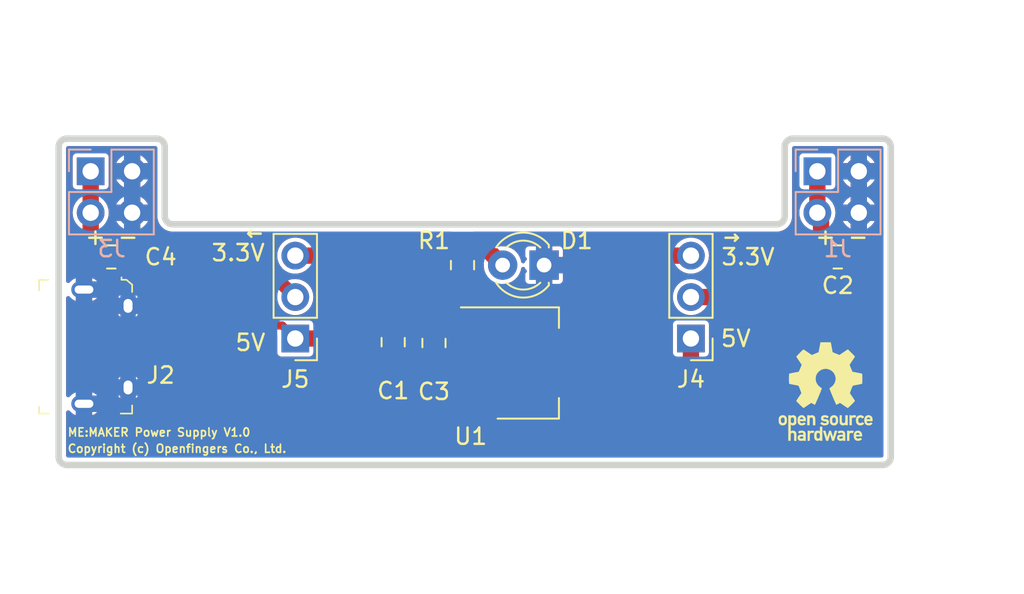
<source format=kicad_pcb>
(kicad_pcb (version 20171130) (host pcbnew "(5.1.4)-1")

  (general
    (thickness 1.6)
    (drawings 30)
    (tracks 49)
    (zones 0)
    (modules 13)
    (nets 10)
  )

  (page A4)
  (title_block
    (title "Breadboard Power Source")
    (date 2019-09-27)
    (rev 2)
    (company "Openfingers Co., Ltd.")
    (comment 1 c1)
    (comment 2 c2)
    (comment 3 c3)
    (comment 4 c4)
  )

  (layers
    (0 F.Cu signal)
    (31 B.Cu signal)
    (32 B.Adhes user)
    (33 F.Adhes user)
    (34 B.Paste user)
    (35 F.Paste user)
    (36 B.SilkS user)
    (37 F.SilkS user)
    (38 B.Mask user)
    (39 F.Mask user)
    (40 Dwgs.User user)
    (41 Cmts.User user)
    (42 Eco1.User user)
    (43 Eco2.User user)
    (44 Edge.Cuts user)
    (45 Margin user)
    (46 B.CrtYd user)
    (47 F.CrtYd user)
    (48 B.Fab user)
    (49 F.Fab user)
  )

  (setup
    (last_trace_width 0.25)
    (trace_clearance 0.2)
    (zone_clearance 0.254)
    (zone_45_only no)
    (trace_min 0.2)
    (via_size 0.8)
    (via_drill 0.4)
    (via_min_size 0.4)
    (via_min_drill 0.3)
    (uvia_size 0.3)
    (uvia_drill 0.1)
    (uvias_allowed no)
    (uvia_min_size 0.2)
    (uvia_min_drill 0.1)
    (edge_width 0.05)
    (segment_width 0.2)
    (pcb_text_width 0.3)
    (pcb_text_size 1.5 1.5)
    (mod_edge_width 0.12)
    (mod_text_size 1 1)
    (mod_text_width 0.15)
    (pad_size 1.524 1.524)
    (pad_drill 0.762)
    (pad_to_mask_clearance 0.0762)
    (solder_mask_min_width 0.25)
    (aux_axis_origin 0 0)
    (visible_elements 7FFFFFFF)
    (pcbplotparams
      (layerselection 0x010fc_ffffffff)
      (usegerberextensions false)
      (usegerberattributes false)
      (usegerberadvancedattributes false)
      (creategerberjobfile false)
      (excludeedgelayer true)
      (linewidth 0.100000)
      (plotframeref false)
      (viasonmask false)
      (mode 1)
      (useauxorigin false)
      (hpglpennumber 1)
      (hpglpenspeed 20)
      (hpglpendiameter 15.000000)
      (psnegative false)
      (psa4output false)
      (plotreference true)
      (plotvalue true)
      (plotinvisibletext false)
      (padsonsilk false)
      (subtractmaskfromsilk false)
      (outputformat 1)
      (mirror false)
      (drillshape 0)
      (scaleselection 1)
      (outputdirectory "new GERBER/"))
  )

  (net 0 "")
  (net 1 GND)
  (net 2 "Net-(D1-Pad2)")
  (net 3 "Net-(J2-Pad3)")
  (net 4 "Net-(J2-Pad4)")
  (net 5 "Net-(J2-Pad2)")
  (net 6 +5V)
  (net 7 /Vout1)
  (net 8 +3V3)
  (net 9 /Vout2)

  (net_class Default "This is the default net class."
    (clearance 0.2)
    (trace_width 0.25)
    (via_dia 0.8)
    (via_drill 0.4)
    (uvia_dia 0.3)
    (uvia_drill 0.1)
    (add_net +3V3)
    (add_net +5V)
    (add_net /Vout1)
    (add_net /Vout2)
    (add_net GND)
    (add_net "Net-(D1-Pad2)")
    (add_net "Net-(J2-Pad2)")
    (add_net "Net-(J2-Pad3)")
    (add_net "Net-(J2-Pad4)")
  )

  (module Symbol:OSHW-Logo_5.7x6mm_SilkScreen (layer F.Cu) (tedit 0) (tstamp 5D90D488)
    (at 151.5 45)
    (descr "Open Source Hardware Logo")
    (tags "Logo OSHW")
    (attr virtual)
    (fp_text reference REF** (at 0 0) (layer F.SilkS) hide
      (effects (font (size 1 1) (thickness 0.15)))
    )
    (fp_text value OSHW-Logo_5.7x6mm_SilkScreen (at 0.75 0) (layer F.Fab) hide
      (effects (font (size 1 1) (thickness 0.15)))
    )
    (fp_poly (pts (xy 0.376964 -2.709982) (xy 0.433812 -2.40843) (xy 0.853338 -2.235488) (xy 1.104984 -2.406605)
      (xy 1.175458 -2.45425) (xy 1.239163 -2.49679) (xy 1.293126 -2.532285) (xy 1.334373 -2.55879)
      (xy 1.359934 -2.574364) (xy 1.366895 -2.577722) (xy 1.379435 -2.569086) (xy 1.406231 -2.545208)
      (xy 1.44428 -2.509141) (xy 1.490579 -2.463933) (xy 1.542123 -2.412636) (xy 1.595909 -2.358299)
      (xy 1.648935 -2.303972) (xy 1.698195 -2.252705) (xy 1.740687 -2.207549) (xy 1.773407 -2.171554)
      (xy 1.793351 -2.14777) (xy 1.798119 -2.13981) (xy 1.791257 -2.125135) (xy 1.77202 -2.092986)
      (xy 1.74243 -2.046508) (xy 1.70451 -1.988844) (xy 1.660282 -1.92314) (xy 1.634654 -1.885664)
      (xy 1.587941 -1.817232) (xy 1.546432 -1.75548) (xy 1.51214 -1.703481) (xy 1.48708 -1.664308)
      (xy 1.473264 -1.641035) (xy 1.471188 -1.636145) (xy 1.475895 -1.622245) (xy 1.488723 -1.58985)
      (xy 1.507738 -1.543515) (xy 1.531003 -1.487794) (xy 1.556584 -1.427242) (xy 1.582545 -1.366414)
      (xy 1.60695 -1.309864) (xy 1.627863 -1.262148) (xy 1.643349 -1.227819) (xy 1.651472 -1.211432)
      (xy 1.651952 -1.210788) (xy 1.664707 -1.207659) (xy 1.698677 -1.200679) (xy 1.75034 -1.190533)
      (xy 1.816176 -1.177908) (xy 1.892664 -1.163491) (xy 1.93729 -1.155177) (xy 2.019021 -1.139616)
      (xy 2.092843 -1.124808) (xy 2.155021 -1.111564) (xy 2.201822 -1.100695) (xy 2.229509 -1.093011)
      (xy 2.235074 -1.090573) (xy 2.240526 -1.07407) (xy 2.244924 -1.0368) (xy 2.248272 -0.98312)
      (xy 2.250574 -0.917388) (xy 2.251832 -0.843963) (xy 2.252048 -0.767204) (xy 2.251227 -0.691468)
      (xy 2.249371 -0.621114) (xy 2.246482 -0.5605) (xy 2.242565 -0.513984) (xy 2.237622 -0.485925)
      (xy 2.234657 -0.480084) (xy 2.216934 -0.473083) (xy 2.179381 -0.463073) (xy 2.126964 -0.451231)
      (xy 2.064652 -0.438733) (xy 2.0429 -0.43469) (xy 1.938024 -0.41548) (xy 1.85518 -0.400009)
      (xy 1.79163 -0.387663) (xy 1.744637 -0.377827) (xy 1.711463 -0.369886) (xy 1.689371 -0.363224)
      (xy 1.675624 -0.357227) (xy 1.667484 -0.351281) (xy 1.666345 -0.350106) (xy 1.654977 -0.331174)
      (xy 1.637635 -0.294331) (xy 1.61605 -0.244087) (xy 1.591954 -0.184954) (xy 1.567079 -0.121444)
      (xy 1.543157 -0.058068) (xy 1.521919 0.000662) (xy 1.505097 0.050235) (xy 1.494422 0.086139)
      (xy 1.491627 0.103862) (xy 1.49186 0.104483) (xy 1.501331 0.11897) (xy 1.522818 0.150844)
      (xy 1.554063 0.196789) (xy 1.592807 0.253485) (xy 1.636793 0.317617) (xy 1.649319 0.335842)
      (xy 1.693984 0.401914) (xy 1.733288 0.4622) (xy 1.765088 0.513235) (xy 1.787245 0.55156)
      (xy 1.797617 0.573711) (xy 1.798119 0.576432) (xy 1.789405 0.590736) (xy 1.765325 0.619072)
      (xy 1.728976 0.658396) (xy 1.683453 0.705661) (xy 1.631852 0.757823) (xy 1.577267 0.811835)
      (xy 1.522794 0.864653) (xy 1.471529 0.913231) (xy 1.426567 0.954523) (xy 1.391004 0.985485)
      (xy 1.367935 1.00307) (xy 1.361554 1.005941) (xy 1.346699 0.999178) (xy 1.316286 0.980939)
      (xy 1.275268 0.954297) (xy 1.243709 0.932852) (xy 1.186525 0.893503) (xy 1.118806 0.847171)
      (xy 1.05088 0.800913) (xy 1.014361 0.776155) (xy 0.890752 0.692547) (xy 0.786991 0.74865)
      (xy 0.73972 0.773228) (xy 0.699523 0.792331) (xy 0.672326 0.803227) (xy 0.665402 0.804743)
      (xy 0.657077 0.793549) (xy 0.640654 0.761917) (xy 0.617357 0.712765) (xy 0.588414 0.64901)
      (xy 0.55505 0.573571) (xy 0.518491 0.489364) (xy 0.479964 0.399308) (xy 0.440694 0.306321)
      (xy 0.401908 0.21332) (xy 0.36483 0.123223) (xy 0.330689 0.038948) (xy 0.300708 -0.036587)
      (xy 0.276116 -0.100466) (xy 0.258136 -0.149769) (xy 0.247997 -0.181579) (xy 0.246366 -0.192504)
      (xy 0.259291 -0.206439) (xy 0.287589 -0.22906) (xy 0.325346 -0.255667) (xy 0.328515 -0.257772)
      (xy 0.4261 -0.335886) (xy 0.504786 -0.427018) (xy 0.563891 -0.528255) (xy 0.602732 -0.636682)
      (xy 0.620628 -0.749386) (xy 0.616897 -0.863452) (xy 0.590857 -0.975966) (xy 0.541825 -1.084015)
      (xy 0.5274 -1.107655) (xy 0.452369 -1.203113) (xy 0.36373 -1.279768) (xy 0.264549 -1.33722)
      (xy 0.157895 -1.375071) (xy 0.046836 -1.392922) (xy -0.065561 -1.390375) (xy -0.176227 -1.36703)
      (xy -0.282094 -1.32249) (xy -0.380095 -1.256355) (xy -0.41041 -1.229513) (xy -0.487562 -1.145488)
      (xy -0.543782 -1.057034) (xy -0.582347 -0.957885) (xy -0.603826 -0.859697) (xy -0.609128 -0.749303)
      (xy -0.591448 -0.63836) (xy -0.552581 -0.530619) (xy -0.494323 -0.429831) (xy -0.418469 -0.339744)
      (xy -0.326817 -0.264108) (xy -0.314772 -0.256136) (xy -0.276611 -0.230026) (xy -0.247601 -0.207405)
      (xy -0.233732 -0.192961) (xy -0.233531 -0.192504) (xy -0.236508 -0.176879) (xy -0.248311 -0.141418)
      (xy -0.267714 -0.089038) (xy -0.293488 -0.022655) (xy -0.324409 0.054814) (xy -0.359249 0.14045)
      (xy -0.396783 0.231337) (xy -0.435783 0.324559) (xy -0.475023 0.417197) (xy -0.513276 0.506335)
      (xy -0.549317 0.589055) (xy -0.581917 0.662441) (xy -0.609852 0.723575) (xy -0.631895 0.769541)
      (xy -0.646818 0.797421) (xy -0.652828 0.804743) (xy -0.671191 0.799041) (xy -0.705552 0.783749)
      (xy -0.749984 0.761599) (xy -0.774417 0.74865) (xy -0.878178 0.692547) (xy -1.001787 0.776155)
      (xy -1.064886 0.818987) (xy -1.13397 0.866122) (xy -1.198707 0.910503) (xy -1.231134 0.932852)
      (xy -1.276741 0.963477) (xy -1.31536 0.987747) (xy -1.341952 1.002587) (xy -1.35059 1.005724)
      (xy -1.363161 0.997261) (xy -1.390984 0.973636) (xy -1.431361 0.937302) (xy -1.481595 0.890711)
      (xy -1.538988 0.836317) (xy -1.575286 0.801392) (xy -1.63879 0.738996) (xy -1.693673 0.683188)
      (xy -1.737714 0.636354) (xy -1.768695 0.600882) (xy -1.784398 0.579161) (xy -1.785905 0.574752)
      (xy -1.778914 0.557985) (xy -1.759594 0.524082) (xy -1.730091 0.476476) (xy -1.692545 0.418599)
      (xy -1.6491 0.353884) (xy -1.636745 0.335842) (xy -1.591727 0.270267) (xy -1.55134 0.211228)
      (xy -1.51784 0.162042) (xy -1.493486 0.126028) (xy -1.480536 0.106502) (xy -1.479285 0.104483)
      (xy -1.481156 0.088922) (xy -1.491087 0.054709) (xy -1.507347 0.006355) (xy -1.528205 -0.051629)
      (xy -1.551927 -0.11473) (xy -1.576784 -0.178437) (xy -1.601042 -0.238239) (xy -1.622971 -0.289624)
      (xy -1.640838 -0.328081) (xy -1.652913 -0.349098) (xy -1.653771 -0.350106) (xy -1.661154 -0.356112)
      (xy -1.673625 -0.362052) (xy -1.69392 -0.36854) (xy -1.724778 -0.376191) (xy -1.768934 -0.38562)
      (xy -1.829126 -0.397441) (xy -1.908093 -0.412271) (xy -2.00857 -0.430723) (xy -2.030325 -0.43469)
      (xy -2.094802 -0.447147) (xy -2.151011 -0.459334) (xy -2.193987 -0.470074) (xy -2.21876 -0.478191)
      (xy -2.222082 -0.480084) (xy -2.227556 -0.496862) (xy -2.232006 -0.534355) (xy -2.235428 -0.588206)
      (xy -2.237819 -0.654056) (xy -2.239177 -0.727547) (xy -2.239499 -0.80432) (xy -2.238781 -0.880017)
      (xy -2.237021 -0.95028) (xy -2.234216 -1.01075) (xy -2.230362 -1.05707) (xy -2.225457 -1.084881)
      (xy -2.2225 -1.090573) (xy -2.206037 -1.096314) (xy -2.168551 -1.105655) (xy -2.113775 -1.117785)
      (xy -2.045445 -1.131893) (xy -1.967294 -1.14717) (xy -1.924716 -1.155177) (xy -1.843929 -1.170279)
      (xy -1.771887 -1.18396) (xy -1.712111 -1.195533) (xy -1.668121 -1.204313) (xy -1.643439 -1.209613)
      (xy -1.639377 -1.210788) (xy -1.632511 -1.224035) (xy -1.617998 -1.255943) (xy -1.597771 -1.301953)
      (xy -1.573766 -1.357508) (xy -1.547918 -1.418047) (xy -1.52216 -1.479014) (xy -1.498427 -1.535849)
      (xy -1.478654 -1.583994) (xy -1.464776 -1.61889) (xy -1.458726 -1.635979) (xy -1.458614 -1.636726)
      (xy -1.465472 -1.650207) (xy -1.484698 -1.68123) (xy -1.514272 -1.726711) (xy -1.552173 -1.783568)
      (xy -1.59638 -1.848717) (xy -1.622079 -1.886138) (xy -1.668907 -1.954753) (xy -1.710499 -2.017048)
      (xy -1.744825 -2.069871) (xy -1.769857 -2.110073) (xy -1.783565 -2.1345) (xy -1.785544 -2.139976)
      (xy -1.777034 -2.152722) (xy -1.753507 -2.179937) (xy -1.717968 -2.218572) (xy -1.673423 -2.265577)
      (xy -1.622877 -2.317905) (xy -1.569336 -2.372505) (xy -1.515805 -2.42633) (xy -1.465289 -2.47633)
      (xy -1.420794 -2.519457) (xy -1.385325 -2.552661) (xy -1.361887 -2.572894) (xy -1.354046 -2.577722)
      (xy -1.34128 -2.570933) (xy -1.310744 -2.551858) (xy -1.26541 -2.522439) (xy -1.208244 -2.484619)
      (xy -1.142216 -2.440339) (xy -1.09241 -2.406605) (xy -0.840764 -2.235488) (xy -0.631001 -2.321959)
      (xy -0.421237 -2.40843) (xy -0.364389 -2.709982) (xy -0.30754 -3.011534) (xy 0.320115 -3.011534)
      (xy 0.376964 -2.709982)) (layer F.SilkS) (width 0.01))
    (fp_poly (pts (xy 1.79946 1.45803) (xy 1.842711 1.471245) (xy 1.870558 1.487941) (xy 1.879629 1.501145)
      (xy 1.877132 1.516797) (xy 1.860931 1.541385) (xy 1.847232 1.5588) (xy 1.818992 1.590283)
      (xy 1.797775 1.603529) (xy 1.779688 1.602664) (xy 1.726035 1.58901) (xy 1.68663 1.58963)
      (xy 1.654632 1.605104) (xy 1.64389 1.614161) (xy 1.609505 1.646027) (xy 1.609505 2.062179)
      (xy 1.471188 2.062179) (xy 1.471188 1.458614) (xy 1.540347 1.458614) (xy 1.581869 1.460256)
      (xy 1.603291 1.466087) (xy 1.609502 1.477461) (xy 1.609505 1.477798) (xy 1.612439 1.489713)
      (xy 1.625704 1.488159) (xy 1.644084 1.479563) (xy 1.682046 1.463568) (xy 1.712872 1.453945)
      (xy 1.752536 1.451478) (xy 1.79946 1.45803)) (layer F.SilkS) (width 0.01))
    (fp_poly (pts (xy -0.754012 1.469002) (xy -0.722717 1.48395) (xy -0.692409 1.505541) (xy -0.669318 1.530391)
      (xy -0.6525 1.562087) (xy -0.641006 1.604214) (xy -0.633891 1.660358) (xy -0.630207 1.734106)
      (xy -0.629008 1.829044) (xy -0.628989 1.838985) (xy -0.628713 2.062179) (xy -0.76703 2.062179)
      (xy -0.76703 1.856418) (xy -0.767128 1.780189) (xy -0.767809 1.724939) (xy -0.769651 1.686501)
      (xy -0.773233 1.660706) (xy -0.779132 1.643384) (xy -0.787927 1.630368) (xy -0.80018 1.617507)
      (xy -0.843047 1.589873) (xy -0.889843 1.584745) (xy -0.934424 1.602217) (xy -0.949928 1.615221)
      (xy -0.96131 1.627447) (xy -0.969481 1.64054) (xy -0.974974 1.658615) (xy -0.97832 1.685787)
      (xy -0.980051 1.72617) (xy -0.980697 1.783879) (xy -0.980792 1.854132) (xy -0.980792 2.062179)
      (xy -1.119109 2.062179) (xy -1.119109 1.458614) (xy -1.04995 1.458614) (xy -1.008428 1.460256)
      (xy -0.987006 1.466087) (xy -0.980795 1.477461) (xy -0.980792 1.477798) (xy -0.97791 1.488938)
      (xy -0.965199 1.487674) (xy -0.939926 1.475434) (xy -0.882605 1.457424) (xy -0.817037 1.455421)
      (xy -0.754012 1.469002)) (layer F.SilkS) (width 0.01))
    (fp_poly (pts (xy 2.677898 1.456457) (xy 2.710096 1.464279) (xy 2.771825 1.492921) (xy 2.82461 1.536667)
      (xy 2.861141 1.589117) (xy 2.86616 1.600893) (xy 2.873045 1.63174) (xy 2.877864 1.677371)
      (xy 2.879505 1.723492) (xy 2.879505 1.810693) (xy 2.697178 1.810693) (xy 2.621979 1.810978)
      (xy 2.569003 1.812704) (xy 2.535325 1.817181) (xy 2.51802 1.82572) (xy 2.514163 1.83963)
      (xy 2.520829 1.860222) (xy 2.53277 1.884315) (xy 2.56608 1.924525) (xy 2.612368 1.944558)
      (xy 2.668944 1.943905) (xy 2.733031 1.922101) (xy 2.788417 1.895193) (xy 2.834375 1.931532)
      (xy 2.880333 1.967872) (xy 2.837096 2.007819) (xy 2.779374 2.045563) (xy 2.708386 2.06832)
      (xy 2.632029 2.074688) (xy 2.558199 2.063268) (xy 2.546287 2.059393) (xy 2.481399 2.025506)
      (xy 2.43313 1.974986) (xy 2.400465 1.906325) (xy 2.382385 1.818014) (xy 2.382175 1.816121)
      (xy 2.380556 1.719878) (xy 2.3871 1.685542) (xy 2.514852 1.685542) (xy 2.526584 1.690822)
      (xy 2.558438 1.694867) (xy 2.605397 1.697176) (xy 2.635154 1.697525) (xy 2.690648 1.697306)
      (xy 2.725346 1.695916) (xy 2.743601 1.692251) (xy 2.749766 1.68521) (xy 2.748195 1.67369)
      (xy 2.746878 1.669233) (xy 2.724382 1.627355) (xy 2.689003 1.593604) (xy 2.65778 1.578773)
      (xy 2.616301 1.579668) (xy 2.574269 1.598164) (xy 2.539012 1.628786) (xy 2.517854 1.666062)
      (xy 2.514852 1.685542) (xy 2.3871 1.685542) (xy 2.39669 1.635229) (xy 2.428698 1.564191)
      (xy 2.474701 1.508779) (xy 2.532821 1.471009) (xy 2.60118 1.452896) (xy 2.677898 1.456457)) (layer F.SilkS) (width 0.01))
    (fp_poly (pts (xy 2.217226 1.46388) (xy 2.29008 1.49483) (xy 2.313027 1.509895) (xy 2.342354 1.533048)
      (xy 2.360764 1.551253) (xy 2.363961 1.557183) (xy 2.354935 1.57034) (xy 2.331837 1.592667)
      (xy 2.313344 1.60825) (xy 2.262728 1.648926) (xy 2.22276 1.615295) (xy 2.191874 1.593584)
      (xy 2.161759 1.58609) (xy 2.127292 1.58792) (xy 2.072561 1.601528) (xy 2.034886 1.629772)
      (xy 2.011991 1.675433) (xy 2.001597 1.741289) (xy 2.001595 1.741331) (xy 2.002494 1.814939)
      (xy 2.016463 1.868946) (xy 2.044328 1.905716) (xy 2.063325 1.918168) (xy 2.113776 1.933673)
      (xy 2.167663 1.933683) (xy 2.214546 1.918638) (xy 2.225644 1.911287) (xy 2.253476 1.892511)
      (xy 2.275236 1.889434) (xy 2.298704 1.903409) (xy 2.324649 1.92851) (xy 2.365716 1.97088)
      (xy 2.320121 2.008464) (xy 2.249674 2.050882) (xy 2.170233 2.071785) (xy 2.087215 2.070272)
      (xy 2.032694 2.056411) (xy 1.96897 2.022135) (xy 1.918005 1.968212) (xy 1.894851 1.930149)
      (xy 1.876099 1.875536) (xy 1.866715 1.806369) (xy 1.866643 1.731407) (xy 1.875824 1.659409)
      (xy 1.894199 1.599137) (xy 1.897093 1.592958) (xy 1.939952 1.532351) (xy 1.997979 1.488224)
      (xy 2.066591 1.461493) (xy 2.141201 1.453073) (xy 2.217226 1.46388)) (layer F.SilkS) (width 0.01))
    (fp_poly (pts (xy 0.993367 1.654342) (xy 0.994555 1.746563) (xy 0.998897 1.81661) (xy 1.007558 1.867381)
      (xy 1.021704 1.901772) (xy 1.0425 1.922679) (xy 1.07111 1.933) (xy 1.106535 1.935636)
      (xy 1.143636 1.932682) (xy 1.171818 1.921889) (xy 1.192243 1.90036) (xy 1.206079 1.865199)
      (xy 1.214491 1.81351) (xy 1.218643 1.742394) (xy 1.219703 1.654342) (xy 1.219703 1.458614)
      (xy 1.35802 1.458614) (xy 1.35802 2.062179) (xy 1.288862 2.062179) (xy 1.24717 2.060489)
      (xy 1.225701 2.054556) (xy 1.219703 2.043293) (xy 1.216091 2.033261) (xy 1.201714 2.035383)
      (xy 1.172736 2.04958) (xy 1.106319 2.07148) (xy 1.035875 2.069928) (xy 0.968377 2.046147)
      (xy 0.936233 2.027362) (xy 0.911715 2.007022) (xy 0.893804 1.981573) (xy 0.881479 1.947458)
      (xy 0.873723 1.901121) (xy 0.869516 1.839007) (xy 0.86784 1.757561) (xy 0.867624 1.694578)
      (xy 0.867624 1.458614) (xy 0.993367 1.458614) (xy 0.993367 1.654342)) (layer F.SilkS) (width 0.01))
    (fp_poly (pts (xy 0.610762 1.466055) (xy 0.674363 1.500692) (xy 0.724123 1.555372) (xy 0.747568 1.599842)
      (xy 0.757634 1.639121) (xy 0.764156 1.695116) (xy 0.766951 1.759621) (xy 0.765836 1.824429)
      (xy 0.760626 1.881334) (xy 0.754541 1.911727) (xy 0.734014 1.953306) (xy 0.698463 1.997468)
      (xy 0.655619 2.036087) (xy 0.613211 2.061034) (xy 0.612177 2.06143) (xy 0.559553 2.072331)
      (xy 0.497188 2.072601) (xy 0.437924 2.062676) (xy 0.41504 2.054722) (xy 0.356102 2.0213)
      (xy 0.31389 1.977511) (xy 0.286156 1.919538) (xy 0.270651 1.843565) (xy 0.267143 1.803771)
      (xy 0.26759 1.753766) (xy 0.402376 1.753766) (xy 0.406917 1.826732) (xy 0.419986 1.882334)
      (xy 0.440756 1.917861) (xy 0.455552 1.92802) (xy 0.493464 1.935104) (xy 0.538527 1.933007)
      (xy 0.577487 1.922812) (xy 0.587704 1.917204) (xy 0.614659 1.884538) (xy 0.632451 1.834545)
      (xy 0.640024 1.773705) (xy 0.636325 1.708497) (xy 0.628057 1.669253) (xy 0.60432 1.623805)
      (xy 0.566849 1.595396) (xy 0.52172 1.585573) (xy 0.475011 1.595887) (xy 0.439132 1.621112)
      (xy 0.420277 1.641925) (xy 0.409272 1.662439) (xy 0.404026 1.690203) (xy 0.402449 1.732762)
      (xy 0.402376 1.753766) (xy 0.26759 1.753766) (xy 0.268094 1.69758) (xy 0.285388 1.610501)
      (xy 0.319029 1.54253) (xy 0.369018 1.493664) (xy 0.435356 1.463899) (xy 0.449601 1.460448)
      (xy 0.53521 1.452345) (xy 0.610762 1.466055)) (layer F.SilkS) (width 0.01))
    (fp_poly (pts (xy 0.014017 1.456452) (xy 0.061634 1.465482) (xy 0.111034 1.48437) (xy 0.116312 1.486777)
      (xy 0.153774 1.506476) (xy 0.179717 1.524781) (xy 0.188103 1.536508) (xy 0.180117 1.555632)
      (xy 0.16072 1.58385) (xy 0.15211 1.594384) (xy 0.116628 1.635847) (xy 0.070885 1.608858)
      (xy 0.02735 1.590878) (xy -0.02295 1.581267) (xy -0.071188 1.58066) (xy -0.108533 1.589691)
      (xy -0.117495 1.595327) (xy -0.134563 1.621171) (xy -0.136637 1.650941) (xy -0.123866 1.674197)
      (xy -0.116312 1.678708) (xy -0.093675 1.684309) (xy -0.053885 1.690892) (xy -0.004834 1.697183)
      (xy 0.004215 1.69817) (xy 0.082996 1.711798) (xy 0.140136 1.734946) (xy 0.17803 1.769752)
      (xy 0.199079 1.818354) (xy 0.205635 1.877718) (xy 0.196577 1.945198) (xy 0.167164 1.998188)
      (xy 0.117278 2.036783) (xy 0.0468 2.061081) (xy -0.031435 2.070667) (xy -0.095234 2.070552)
      (xy -0.146984 2.061845) (xy -0.182327 2.049825) (xy -0.226983 2.02888) (xy -0.268253 2.004574)
      (xy -0.282921 1.993876) (xy -0.320643 1.963084) (xy -0.275148 1.917049) (xy -0.229653 1.871013)
      (xy -0.177928 1.905243) (xy -0.126048 1.930952) (xy -0.070649 1.944399) (xy -0.017395 1.945818)
      (xy 0.028049 1.935443) (xy 0.060016 1.913507) (xy 0.070338 1.894998) (xy 0.068789 1.865314)
      (xy 0.04314 1.842615) (xy -0.00654 1.82694) (xy -0.060969 1.819695) (xy -0.144736 1.805873)
      (xy -0.206967 1.779796) (xy -0.248493 1.740699) (xy -0.270147 1.68782) (xy -0.273147 1.625126)
      (xy -0.258329 1.559642) (xy -0.224546 1.510144) (xy -0.171495 1.476408) (xy -0.098874 1.458207)
      (xy -0.045072 1.454639) (xy 0.014017 1.456452)) (layer F.SilkS) (width 0.01))
    (fp_poly (pts (xy -1.356699 1.472614) (xy -1.344168 1.478514) (xy -1.300799 1.510283) (xy -1.25979 1.556646)
      (xy -1.229168 1.607696) (xy -1.220459 1.631166) (xy -1.212512 1.673091) (xy -1.207774 1.723757)
      (xy -1.207199 1.744679) (xy -1.207129 1.810693) (xy -1.587083 1.810693) (xy -1.578983 1.845273)
      (xy -1.559104 1.88617) (xy -1.524347 1.921514) (xy -1.482998 1.944282) (xy -1.456649 1.94901)
      (xy -1.420916 1.943273) (xy -1.378282 1.928882) (xy -1.363799 1.922262) (xy -1.31024 1.895513)
      (xy -1.264533 1.930376) (xy -1.238158 1.953955) (xy -1.224124 1.973417) (xy -1.223414 1.979129)
      (xy -1.235951 1.992973) (xy -1.263428 2.014012) (xy -1.288366 2.030425) (xy -1.355664 2.05993)
      (xy -1.43111 2.073284) (xy -1.505888 2.069812) (xy -1.565495 2.051663) (xy -1.626941 2.012784)
      (xy -1.670608 1.961595) (xy -1.697926 1.895367) (xy -1.710322 1.811371) (xy -1.711421 1.772936)
      (xy -1.707022 1.684861) (xy -1.706482 1.682299) (xy -1.580582 1.682299) (xy -1.577115 1.690558)
      (xy -1.562863 1.695113) (xy -1.53347 1.697065) (xy -1.484575 1.697517) (xy -1.465748 1.697525)
      (xy -1.408467 1.696843) (xy -1.372141 1.694364) (xy -1.352604 1.689443) (xy -1.34569 1.681434)
      (xy -1.345445 1.678862) (xy -1.353336 1.658423) (xy -1.373085 1.629789) (xy -1.381575 1.619763)
      (xy -1.413094 1.591408) (xy -1.445949 1.580259) (xy -1.463651 1.579327) (xy -1.511539 1.590981)
      (xy -1.551699 1.622285) (xy -1.577173 1.667752) (xy -1.577625 1.669233) (xy -1.580582 1.682299)
      (xy -1.706482 1.682299) (xy -1.692392 1.61551) (xy -1.666038 1.560025) (xy -1.633807 1.520639)
      (xy -1.574217 1.477931) (xy -1.504168 1.455109) (xy -1.429661 1.453046) (xy -1.356699 1.472614)) (layer F.SilkS) (width 0.01))
    (fp_poly (pts (xy -2.538261 1.465148) (xy -2.472479 1.494231) (xy -2.42254 1.542793) (xy -2.388374 1.610908)
      (xy -2.369907 1.698651) (xy -2.368583 1.712351) (xy -2.367546 1.808939) (xy -2.380993 1.893602)
      (xy -2.408108 1.962221) (xy -2.422627 1.984294) (xy -2.473201 2.031011) (xy -2.537609 2.061268)
      (xy -2.609666 2.073824) (xy -2.683185 2.067439) (xy -2.739072 2.047772) (xy -2.787132 2.014629)
      (xy -2.826412 1.971175) (xy -2.827092 1.970158) (xy -2.843044 1.943338) (xy -2.85341 1.916368)
      (xy -2.859688 1.882332) (xy -2.863373 1.83431) (xy -2.864997 1.794931) (xy -2.865672 1.759219)
      (xy -2.739955 1.759219) (xy -2.738726 1.79477) (xy -2.734266 1.842094) (xy -2.726397 1.872465)
      (xy -2.712207 1.894072) (xy -2.698917 1.906694) (xy -2.651802 1.933122) (xy -2.602505 1.936653)
      (xy -2.556593 1.917639) (xy -2.533638 1.896331) (xy -2.517096 1.874859) (xy -2.507421 1.854313)
      (xy -2.503174 1.827574) (xy -2.50292 1.787523) (xy -2.504228 1.750638) (xy -2.507043 1.697947)
      (xy -2.511505 1.663772) (xy -2.519548 1.64148) (xy -2.533103 1.624442) (xy -2.543845 1.614703)
      (xy -2.588777 1.589123) (xy -2.637249 1.587847) (xy -2.677894 1.602999) (xy -2.712567 1.634642)
      (xy -2.733224 1.68662) (xy -2.739955 1.759219) (xy -2.865672 1.759219) (xy -2.866479 1.716621)
      (xy -2.863948 1.658056) (xy -2.856362 1.614007) (xy -2.842681 1.579248) (xy -2.821865 1.548551)
      (xy -2.814147 1.539436) (xy -2.765889 1.494021) (xy -2.714128 1.467493) (xy -2.650828 1.456379)
      (xy -2.619961 1.455471) (xy -2.538261 1.465148)) (layer F.SilkS) (width 0.01))
    (fp_poly (pts (xy 2.032581 2.40497) (xy 2.092685 2.420597) (xy 2.143021 2.452848) (xy 2.167393 2.47694)
      (xy 2.207345 2.533895) (xy 2.230242 2.599965) (xy 2.238108 2.681182) (xy 2.238148 2.687748)
      (xy 2.238218 2.753763) (xy 1.858264 2.753763) (xy 1.866363 2.788342) (xy 1.880987 2.819659)
      (xy 1.906581 2.852291) (xy 1.911935 2.8575) (xy 1.957943 2.885694) (xy 2.01041 2.890475)
      (xy 2.070803 2.871926) (xy 2.08104 2.866931) (xy 2.112439 2.851745) (xy 2.13347 2.843094)
      (xy 2.137139 2.842293) (xy 2.149948 2.850063) (xy 2.174378 2.869072) (xy 2.186779 2.87946)
      (xy 2.212476 2.903321) (xy 2.220915 2.919077) (xy 2.215058 2.933571) (xy 2.211928 2.937534)
      (xy 2.190725 2.954879) (xy 2.155738 2.975959) (xy 2.131337 2.988265) (xy 2.062072 3.009946)
      (xy 1.985388 3.016971) (xy 1.912765 3.008647) (xy 1.892426 3.002686) (xy 1.829476 2.968952)
      (xy 1.782815 2.917045) (xy 1.752173 2.846459) (xy 1.737282 2.756692) (xy 1.735647 2.709753)
      (xy 1.740421 2.641413) (xy 1.86099 2.641413) (xy 1.872652 2.646465) (xy 1.903998 2.650429)
      (xy 1.949571 2.652768) (xy 1.980446 2.653169) (xy 2.035981 2.652783) (xy 2.071033 2.650975)
      (xy 2.090262 2.646773) (xy 2.09833 2.639203) (xy 2.099901 2.628218) (xy 2.089121 2.594381)
      (xy 2.06198 2.56094) (xy 2.026277 2.535272) (xy 1.99056 2.524772) (xy 1.942048 2.534086)
      (xy 1.900053 2.561013) (xy 1.870936 2.599827) (xy 1.86099 2.641413) (xy 1.740421 2.641413)
      (xy 1.742599 2.610236) (xy 1.764055 2.530949) (xy 1.80047 2.471263) (xy 1.852297 2.430549)
      (xy 1.91999 2.408179) (xy 1.956662 2.403871) (xy 2.032581 2.40497)) (layer F.SilkS) (width 0.01))
    (fp_poly (pts (xy 1.635255 2.401486) (xy 1.683595 2.411015) (xy 1.711114 2.425125) (xy 1.740064 2.448568)
      (xy 1.698876 2.500571) (xy 1.673482 2.532064) (xy 1.656238 2.547428) (xy 1.639102 2.549776)
      (xy 1.614027 2.542217) (xy 1.602257 2.537941) (xy 1.55427 2.531631) (xy 1.510324 2.545156)
      (xy 1.47806 2.57571) (xy 1.472819 2.585452) (xy 1.467112 2.611258) (xy 1.462706 2.658817)
      (xy 1.459811 2.724758) (xy 1.458631 2.80571) (xy 1.458614 2.817226) (xy 1.458614 3.017822)
      (xy 1.320297 3.017822) (xy 1.320297 2.401683) (xy 1.389456 2.401683) (xy 1.429333 2.402725)
      (xy 1.450107 2.407358) (xy 1.457789 2.417849) (xy 1.458614 2.427745) (xy 1.458614 2.453806)
      (xy 1.491745 2.427745) (xy 1.529735 2.409965) (xy 1.58077 2.401174) (xy 1.635255 2.401486)) (layer F.SilkS) (width 0.01))
    (fp_poly (pts (xy 1.038411 2.405417) (xy 1.091411 2.41829) (xy 1.106731 2.42511) (xy 1.136428 2.442974)
      (xy 1.15922 2.463093) (xy 1.176083 2.488962) (xy 1.187998 2.524073) (xy 1.195942 2.57192)
      (xy 1.200894 2.635996) (xy 1.203831 2.719794) (xy 1.204947 2.775768) (xy 1.209052 3.017822)
      (xy 1.138932 3.017822) (xy 1.096393 3.016038) (xy 1.074476 3.009942) (xy 1.068812 2.999706)
      (xy 1.065821 2.988637) (xy 1.052451 2.990754) (xy 1.034233 2.999629) (xy 0.988624 3.013233)
      (xy 0.930007 3.016899) (xy 0.868354 3.010903) (xy 0.813638 2.995521) (xy 0.80873 2.993386)
      (xy 0.758723 2.958255) (xy 0.725756 2.909419) (xy 0.710587 2.852333) (xy 0.711746 2.831824)
      (xy 0.835508 2.831824) (xy 0.846413 2.859425) (xy 0.878745 2.879204) (xy 0.93091 2.889819)
      (xy 0.958787 2.891228) (xy 1.005247 2.88762) (xy 1.036129 2.873597) (xy 1.043664 2.866931)
      (xy 1.064076 2.830666) (xy 1.068812 2.797773) (xy 1.068812 2.753763) (xy 1.007513 2.753763)
      (xy 0.936256 2.757395) (xy 0.886276 2.768818) (xy 0.854696 2.788824) (xy 0.847626 2.797743)
      (xy 0.835508 2.831824) (xy 0.711746 2.831824) (xy 0.713971 2.792456) (xy 0.736663 2.735244)
      (xy 0.767624 2.69658) (xy 0.786376 2.679864) (xy 0.804733 2.668878) (xy 0.828619 2.66218)
      (xy 0.863957 2.658326) (xy 0.916669 2.655873) (xy 0.937577 2.655168) (xy 1.068812 2.650879)
      (xy 1.06862 2.611158) (xy 1.063537 2.569405) (xy 1.045162 2.544158) (xy 1.008039 2.52803)
      (xy 1.007043 2.527742) (xy 0.95441 2.5214) (xy 0.902906 2.529684) (xy 0.86463 2.549827)
      (xy 0.849272 2.559773) (xy 0.83273 2.558397) (xy 0.807275 2.543987) (xy 0.792328 2.533817)
      (xy 0.763091 2.512088) (xy 0.74498 2.4958) (xy 0.742074 2.491137) (xy 0.75404 2.467005)
      (xy 0.789396 2.438185) (xy 0.804753 2.428461) (xy 0.848901 2.411714) (xy 0.908398 2.402227)
      (xy 0.974487 2.400095) (xy 1.038411 2.405417)) (layer F.SilkS) (width 0.01))
    (fp_poly (pts (xy 0.281524 2.404237) (xy 0.331255 2.407971) (xy 0.461291 2.797773) (xy 0.481678 2.728614)
      (xy 0.493946 2.685874) (xy 0.510085 2.628115) (xy 0.527512 2.564625) (xy 0.536726 2.53057)
      (xy 0.571388 2.401683) (xy 0.714391 2.401683) (xy 0.671646 2.536857) (xy 0.650596 2.603342)
      (xy 0.625167 2.683539) (xy 0.59861 2.767193) (xy 0.574902 2.841782) (xy 0.520902 3.011535)
      (xy 0.462598 3.015328) (xy 0.404295 3.019122) (xy 0.372679 2.914734) (xy 0.353182 2.849889)
      (xy 0.331904 2.7784) (xy 0.313308 2.715263) (xy 0.312574 2.71275) (xy 0.298684 2.669969)
      (xy 0.286429 2.640779) (xy 0.277846 2.629741) (xy 0.276082 2.631018) (xy 0.269891 2.64813)
      (xy 0.258128 2.684787) (xy 0.242225 2.736378) (xy 0.223614 2.798294) (xy 0.213543 2.832352)
      (xy 0.159007 3.017822) (xy 0.043264 3.017822) (xy -0.049263 2.725471) (xy -0.075256 2.643462)
      (xy -0.098934 2.568987) (xy -0.11918 2.505544) (xy -0.134874 2.456632) (xy -0.144898 2.425749)
      (xy -0.147945 2.416726) (xy -0.145533 2.407487) (xy -0.126592 2.403441) (xy -0.087177 2.403846)
      (xy -0.081007 2.404152) (xy -0.007914 2.407971) (xy 0.039957 2.58401) (xy 0.057553 2.648211)
      (xy 0.073277 2.704649) (xy 0.085746 2.748422) (xy 0.093574 2.77463) (xy 0.09502 2.778903)
      (xy 0.101014 2.77399) (xy 0.113101 2.748532) (xy 0.129893 2.705997) (xy 0.150003 2.64985)
      (xy 0.167003 2.59913) (xy 0.231794 2.400504) (xy 0.281524 2.404237)) (layer F.SilkS) (width 0.01))
    (fp_poly (pts (xy -0.201188 3.017822) (xy -0.270346 3.017822) (xy -0.310488 3.016645) (xy -0.331394 3.011772)
      (xy -0.338922 3.001186) (xy -0.339505 2.994029) (xy -0.340774 2.979676) (xy -0.348779 2.976923)
      (xy -0.369815 2.985771) (xy -0.386173 2.994029) (xy -0.448977 3.013597) (xy -0.517248 3.014729)
      (xy -0.572752 3.000135) (xy -0.624438 2.964877) (xy -0.663838 2.912835) (xy -0.685413 2.85145)
      (xy -0.685962 2.848018) (xy -0.689167 2.810571) (xy -0.690761 2.756813) (xy -0.690633 2.716155)
      (xy -0.553279 2.716155) (xy -0.550097 2.770194) (xy -0.542859 2.814735) (xy -0.53306 2.839888)
      (xy -0.495989 2.87426) (xy -0.451974 2.886582) (xy -0.406584 2.876618) (xy -0.367797 2.846895)
      (xy -0.353108 2.826905) (xy -0.344519 2.80305) (xy -0.340496 2.76823) (xy -0.339505 2.71593)
      (xy -0.341278 2.664139) (xy -0.345963 2.618634) (xy -0.352603 2.588181) (xy -0.35371 2.585452)
      (xy -0.380491 2.553) (xy -0.419579 2.535183) (xy -0.463315 2.532306) (xy -0.504038 2.544674)
      (xy -0.534087 2.572593) (xy -0.537204 2.578148) (xy -0.546961 2.612022) (xy -0.552277 2.660728)
      (xy -0.553279 2.716155) (xy -0.690633 2.716155) (xy -0.690568 2.69554) (xy -0.689664 2.662563)
      (xy -0.683514 2.580981) (xy -0.670733 2.51973) (xy -0.649471 2.474449) (xy -0.617878 2.440779)
      (xy -0.587207 2.421014) (xy -0.544354 2.40712) (xy -0.491056 2.402354) (xy -0.43648 2.406236)
      (xy -0.389792 2.418282) (xy -0.365124 2.432693) (xy -0.339505 2.455878) (xy -0.339505 2.162773)
      (xy -0.201188 2.162773) (xy -0.201188 3.017822)) (layer F.SilkS) (width 0.01))
    (fp_poly (pts (xy -0.993356 2.40302) (xy -0.974539 2.40866) (xy -0.968473 2.421053) (xy -0.968218 2.426647)
      (xy -0.967129 2.44223) (xy -0.959632 2.444676) (xy -0.939381 2.433993) (xy -0.927351 2.426694)
      (xy -0.8894 2.411063) (xy -0.844072 2.403334) (xy -0.796544 2.40274) (xy -0.751995 2.408513)
      (xy -0.715602 2.419884) (xy -0.692543 2.436088) (xy -0.687996 2.456355) (xy -0.690291 2.461843)
      (xy -0.70702 2.484626) (xy -0.732963 2.512647) (xy -0.737655 2.517177) (xy -0.762383 2.538005)
      (xy -0.783718 2.544735) (xy -0.813555 2.540038) (xy -0.825508 2.536917) (xy -0.862705 2.529421)
      (xy -0.888859 2.532792) (xy -0.910946 2.544681) (xy -0.931178 2.560635) (xy -0.946079 2.5807)
      (xy -0.956434 2.608702) (xy -0.963029 2.648467) (xy -0.966649 2.703823) (xy -0.968078 2.778594)
      (xy -0.968218 2.82374) (xy -0.968218 3.017822) (xy -1.09396 3.017822) (xy -1.09396 2.401683)
      (xy -1.031089 2.401683) (xy -0.993356 2.40302)) (layer F.SilkS) (width 0.01))
    (fp_poly (pts (xy -1.38421 2.406555) (xy -1.325055 2.422339) (xy -1.280023 2.450948) (xy -1.248246 2.488419)
      (xy -1.238366 2.504411) (xy -1.231073 2.521163) (xy -1.225974 2.542592) (xy -1.222679 2.572616)
      (xy -1.220797 2.615154) (xy -1.219937 2.674122) (xy -1.219707 2.75344) (xy -1.219703 2.774484)
      (xy -1.219703 3.017822) (xy -1.280059 3.017822) (xy -1.318557 3.015126) (xy -1.347023 3.008295)
      (xy -1.354155 3.004083) (xy -1.373652 2.996813) (xy -1.393566 3.004083) (xy -1.426353 3.01316)
      (xy -1.473978 3.016813) (xy -1.526764 3.015228) (xy -1.575036 3.008589) (xy -1.603218 3.000072)
      (xy -1.657753 2.965063) (xy -1.691835 2.916479) (xy -1.707157 2.851882) (xy -1.707299 2.850223)
      (xy -1.705955 2.821566) (xy -1.584356 2.821566) (xy -1.573726 2.854161) (xy -1.55641 2.872505)
      (xy -1.521652 2.886379) (xy -1.475773 2.891917) (xy -1.428988 2.889191) (xy -1.391514 2.878274)
      (xy -1.381015 2.871269) (xy -1.362668 2.838904) (xy -1.35802 2.802111) (xy -1.35802 2.753763)
      (xy -1.427582 2.753763) (xy -1.493667 2.75885) (xy -1.543764 2.773263) (xy -1.574929 2.795729)
      (xy -1.584356 2.821566) (xy -1.705955 2.821566) (xy -1.703987 2.779647) (xy -1.68071 2.723845)
      (xy -1.636948 2.681647) (xy -1.630899 2.677808) (xy -1.604907 2.665309) (xy -1.572735 2.65774)
      (xy -1.52776 2.654061) (xy -1.474331 2.653216) (xy -1.35802 2.653169) (xy -1.35802 2.604411)
      (xy -1.362953 2.566581) (xy -1.375543 2.541236) (xy -1.377017 2.539887) (xy -1.405034 2.5288)
      (xy -1.447326 2.524503) (xy -1.494064 2.526615) (xy -1.535418 2.534756) (xy -1.559957 2.546965)
      (xy -1.573253 2.556746) (xy -1.587294 2.558613) (xy -1.606671 2.5506) (xy -1.635976 2.530739)
      (xy -1.679803 2.497063) (xy -1.683825 2.493909) (xy -1.681764 2.482236) (xy -1.664568 2.462822)
      (xy -1.638433 2.441248) (xy -1.609552 2.423096) (xy -1.600478 2.418809) (xy -1.56738 2.410256)
      (xy -1.51888 2.404155) (xy -1.464695 2.401708) (xy -1.462161 2.401703) (xy -1.38421 2.406555)) (layer F.SilkS) (width 0.01))
    (fp_poly (pts (xy -1.908759 1.469184) (xy -1.882247 1.482282) (xy -1.849553 1.505106) (xy -1.825725 1.529996)
      (xy -1.809406 1.561249) (xy -1.79924 1.603166) (xy -1.793872 1.660044) (xy -1.791944 1.736184)
      (xy -1.791831 1.768917) (xy -1.792161 1.840656) (xy -1.793527 1.891927) (xy -1.7965 1.927404)
      (xy -1.801649 1.951763) (xy -1.809543 1.96968) (xy -1.817757 1.981902) (xy -1.870187 2.033905)
      (xy -1.93193 2.065184) (xy -1.998536 2.074592) (xy -2.065558 2.06098) (xy -2.086792 2.051354)
      (xy -2.137624 2.024859) (xy -2.137624 2.440052) (xy -2.100525 2.420868) (xy -2.051643 2.406025)
      (xy -1.991561 2.402222) (xy -1.931564 2.409243) (xy -1.886256 2.425013) (xy -1.848675 2.455047)
      (xy -1.816564 2.498024) (xy -1.81415 2.502436) (xy -1.803967 2.523221) (xy -1.79653 2.54417)
      (xy -1.791411 2.569548) (xy -1.788181 2.603618) (xy -1.786413 2.650641) (xy -1.785677 2.714882)
      (xy -1.785544 2.787176) (xy -1.785544 3.017822) (xy -1.923861 3.017822) (xy -1.923861 2.592533)
      (xy -1.962549 2.559979) (xy -2.002738 2.53394) (xy -2.040797 2.529205) (xy -2.079066 2.541389)
      (xy -2.099462 2.55332) (xy -2.114642 2.570313) (xy -2.125438 2.595995) (xy -2.132683 2.633991)
      (xy -2.137208 2.687926) (xy -2.139844 2.761425) (xy -2.140772 2.810347) (xy -2.143911 3.011535)
      (xy -2.209926 3.015336) (xy -2.27594 3.019136) (xy -2.27594 1.77065) (xy -2.137624 1.77065)
      (xy -2.134097 1.840254) (xy -2.122215 1.888569) (xy -2.10002 1.918631) (xy -2.065559 1.933471)
      (xy -2.030742 1.936436) (xy -1.991329 1.933028) (xy -1.965171 1.919617) (xy -1.948814 1.901896)
      (xy -1.935937 1.882835) (xy -1.928272 1.861601) (xy -1.924861 1.831849) (xy -1.924749 1.787236)
      (xy -1.925897 1.74988) (xy -1.928532 1.693604) (xy -1.932456 1.656658) (xy -1.939063 1.633223)
      (xy -1.949749 1.61748) (xy -1.959833 1.60838) (xy -2.00197 1.588537) (xy -2.05184 1.585332)
      (xy -2.080476 1.592168) (xy -2.108828 1.616464) (xy -2.127609 1.663728) (xy -2.136712 1.733624)
      (xy -2.137624 1.77065) (xy -2.27594 1.77065) (xy -2.27594 1.458614) (xy -2.206782 1.458614)
      (xy -2.16526 1.460256) (xy -2.143838 1.466087) (xy -2.137626 1.477461) (xy -2.137624 1.477798)
      (xy -2.134742 1.488938) (xy -2.12203 1.487673) (xy -2.096757 1.475433) (xy -2.037869 1.456707)
      (xy -1.971615 1.454739) (xy -1.908759 1.469184)) (layer F.SilkS) (width 0.01))
  )

  (module Capacitor_SMD:C_0805_2012Metric_Pad1.15x1.40mm_HandSolder (layer F.Cu) (tedit 5B36C52B) (tstamp 5D9072E8)
    (at 125 41.975 90)
    (descr "Capacitor SMD 0805 (2012 Metric), square (rectangular) end terminal, IPC_7351 nominal with elongated pad for handsoldering. (Body size source: https://docs.google.com/spreadsheets/d/1BsfQQcO9C6DZCsRaXUlFlo91Tg2WpOkGARC1WS5S8t0/edit?usp=sharing), generated with kicad-footprint-generator")
    (tags "capacitor handsolder")
    (path /5D8D7266)
    (attr smd)
    (fp_text reference C1 (at -2.975 0 180) (layer F.SilkS)
      (effects (font (size 1 1) (thickness 0.15)))
    )
    (fp_text value 10uF (at 3.975 -0.25 90) (layer F.Fab)
      (effects (font (size 1 1) (thickness 0.15)))
    )
    (fp_line (start -1 0.6) (end -1 -0.6) (layer F.Fab) (width 0.1))
    (fp_line (start -1 -0.6) (end 1 -0.6) (layer F.Fab) (width 0.1))
    (fp_line (start 1 -0.6) (end 1 0.6) (layer F.Fab) (width 0.1))
    (fp_line (start 1 0.6) (end -1 0.6) (layer F.Fab) (width 0.1))
    (fp_line (start -0.261252 -0.71) (end 0.261252 -0.71) (layer F.SilkS) (width 0.12))
    (fp_line (start -0.261252 0.71) (end 0.261252 0.71) (layer F.SilkS) (width 0.12))
    (fp_line (start -1.85 0.95) (end -1.85 -0.95) (layer F.CrtYd) (width 0.05))
    (fp_line (start -1.85 -0.95) (end 1.85 -0.95) (layer F.CrtYd) (width 0.05))
    (fp_line (start 1.85 -0.95) (end 1.85 0.95) (layer F.CrtYd) (width 0.05))
    (fp_line (start 1.85 0.95) (end -1.85 0.95) (layer F.CrtYd) (width 0.05))
    (fp_text user %R (at 0 0 90) (layer F.Fab)
      (effects (font (size 0.5 0.5) (thickness 0.08)))
    )
    (pad 1 smd roundrect (at -1.025 0 90) (size 1.15 1.4) (layers F.Cu F.Paste F.Mask) (roundrect_rratio 0.217391)
      (net 6 +5V))
    (pad 2 smd roundrect (at 1.025 0 90) (size 1.15 1.4) (layers F.Cu F.Paste F.Mask) (roundrect_rratio 0.217391)
      (net 1 GND))
    (model ${KISYS3DMOD}/Capacitor_SMD.3dshapes/C_0805_2012Metric.wrl
      (at (xyz 0 0 0))
      (scale (xyz 1 1 1))
      (rotate (xyz 0 0 0))
    )
  )

  (module Capacitor_SMD:C_0805_2012Metric_Pad1.15x1.40mm_HandSolder (layer F.Cu) (tedit 5B36C52B) (tstamp 5D8CE34F)
    (at 152.25 36.75)
    (descr "Capacitor SMD 0805 (2012 Metric), square (rectangular) end terminal, IPC_7351 nominal with elongated pad for handsoldering. (Body size source: https://docs.google.com/spreadsheets/d/1BsfQQcO9C6DZCsRaXUlFlo91Tg2WpOkGARC1WS5S8t0/edit?usp=sharing), generated with kicad-footprint-generator")
    (tags "capacitor handsolder")
    (path /5D8D2DEC)
    (attr smd)
    (fp_text reference C2 (at 0 1.75) (layer F.SilkS)
      (effects (font (size 1 1) (thickness 0.15)))
    )
    (fp_text value 22uF (at 0.25 3.25) (layer F.Fab)
      (effects (font (size 1 1) (thickness 0.15)))
    )
    (fp_line (start -1 0.6) (end -1 -0.6) (layer F.Fab) (width 0.1))
    (fp_line (start -1 -0.6) (end 1 -0.6) (layer F.Fab) (width 0.1))
    (fp_line (start 1 -0.6) (end 1 0.6) (layer F.Fab) (width 0.1))
    (fp_line (start 1 0.6) (end -1 0.6) (layer F.Fab) (width 0.1))
    (fp_line (start -0.261252 -0.71) (end 0.261252 -0.71) (layer F.SilkS) (width 0.12))
    (fp_line (start -0.261252 0.71) (end 0.261252 0.71) (layer F.SilkS) (width 0.12))
    (fp_line (start -1.85 0.95) (end -1.85 -0.95) (layer F.CrtYd) (width 0.05))
    (fp_line (start -1.85 -0.95) (end 1.85 -0.95) (layer F.CrtYd) (width 0.05))
    (fp_line (start 1.85 -0.95) (end 1.85 0.95) (layer F.CrtYd) (width 0.05))
    (fp_line (start 1.85 0.95) (end -1.85 0.95) (layer F.CrtYd) (width 0.05))
    (fp_text user %R (at -0.025 0) (layer F.Fab)
      (effects (font (size 0.5 0.5) (thickness 0.08)))
    )
    (pad 1 smd roundrect (at -1.025 0) (size 1.15 1.4) (layers F.Cu F.Paste F.Mask) (roundrect_rratio 0.217391)
      (net 7 /Vout1))
    (pad 2 smd roundrect (at 1.025 0) (size 1.15 1.4) (layers F.Cu F.Paste F.Mask) (roundrect_rratio 0.217391)
      (net 1 GND))
    (model ${KISYS3DMOD}/Capacitor_SMD.3dshapes/C_0805_2012Metric.wrl
      (at (xyz 0 0 0))
      (scale (xyz 1 1 1))
      (rotate (xyz 0 0 0))
    )
  )

  (module Capacitor_SMD:C_0805_2012Metric_Pad1.15x1.40mm_HandSolder (layer F.Cu) (tedit 5B36C52B) (tstamp 5D9072B8)
    (at 127.5 42.025 90)
    (descr "Capacitor SMD 0805 (2012 Metric), square (rectangular) end terminal, IPC_7351 nominal with elongated pad for handsoldering. (Body size source: https://docs.google.com/spreadsheets/d/1BsfQQcO9C6DZCsRaXUlFlo91Tg2WpOkGARC1WS5S8t0/edit?usp=sharing), generated with kicad-footprint-generator")
    (tags "capacitor handsolder")
    (path /5D92A522)
    (attr smd)
    (fp_text reference C3 (at -2.975 0 180) (layer F.SilkS)
      (effects (font (size 1 1) (thickness 0.15)))
    )
    (fp_text value 22uF (at 4.025 0 90) (layer F.Fab)
      (effects (font (size 1 1) (thickness 0.15)))
    )
    (fp_text user %R (at 0 0 90) (layer F.Fab)
      (effects (font (size 0.5 0.5) (thickness 0.08)))
    )
    (fp_line (start 1.85 0.95) (end -1.85 0.95) (layer F.CrtYd) (width 0.05))
    (fp_line (start 1.85 -0.95) (end 1.85 0.95) (layer F.CrtYd) (width 0.05))
    (fp_line (start -1.85 -0.95) (end 1.85 -0.95) (layer F.CrtYd) (width 0.05))
    (fp_line (start -1.85 0.95) (end -1.85 -0.95) (layer F.CrtYd) (width 0.05))
    (fp_line (start -0.261252 0.71) (end 0.261252 0.71) (layer F.SilkS) (width 0.12))
    (fp_line (start -0.261252 -0.71) (end 0.261252 -0.71) (layer F.SilkS) (width 0.12))
    (fp_line (start 1 0.6) (end -1 0.6) (layer F.Fab) (width 0.1))
    (fp_line (start 1 -0.6) (end 1 0.6) (layer F.Fab) (width 0.1))
    (fp_line (start -1 -0.6) (end 1 -0.6) (layer F.Fab) (width 0.1))
    (fp_line (start -1 0.6) (end -1 -0.6) (layer F.Fab) (width 0.1))
    (pad 2 smd roundrect (at 1.025 0 90) (size 1.15 1.4) (layers F.Cu F.Paste F.Mask) (roundrect_rratio 0.217391)
      (net 1 GND))
    (pad 1 smd roundrect (at -1.025 0 90) (size 1.15 1.4) (layers F.Cu F.Paste F.Mask) (roundrect_rratio 0.217391)
      (net 8 +3V3))
    (model ${KISYS3DMOD}/Capacitor_SMD.3dshapes/C_0805_2012Metric.wrl
      (at (xyz 0 0 0))
      (scale (xyz 1 1 1))
      (rotate (xyz 0 0 0))
    )
  )

  (module Capacitor_SMD:C_0805_2012Metric_Pad1.15x1.40mm_HandSolder (layer F.Cu) (tedit 5B36C52B) (tstamp 5D8CE371)
    (at 107.725 36.75)
    (descr "Capacitor SMD 0805 (2012 Metric), square (rectangular) end terminal, IPC_7351 nominal with elongated pad for handsoldering. (Body size source: https://docs.google.com/spreadsheets/d/1BsfQQcO9C6DZCsRaXUlFlo91Tg2WpOkGARC1WS5S8t0/edit?usp=sharing), generated with kicad-footprint-generator")
    (tags "capacitor handsolder")
    (path /5D8D6685)
    (attr smd)
    (fp_text reference C4 (at 3.025 0) (layer F.SilkS)
      (effects (font (size 1 1) (thickness 0.15)))
    )
    (fp_text value 22uF (at 6.025 0) (layer F.Fab)
      (effects (font (size 1 1) (thickness 0.15)))
    )
    (fp_text user %R (at 0 0) (layer F.Fab)
      (effects (font (size 0.5 0.5) (thickness 0.08)))
    )
    (fp_line (start 1.85 0.95) (end -1.85 0.95) (layer F.CrtYd) (width 0.05))
    (fp_line (start 1.85 -0.95) (end 1.85 0.95) (layer F.CrtYd) (width 0.05))
    (fp_line (start -1.85 -0.95) (end 1.85 -0.95) (layer F.CrtYd) (width 0.05))
    (fp_line (start -1.85 0.95) (end -1.85 -0.95) (layer F.CrtYd) (width 0.05))
    (fp_line (start -0.261252 0.71) (end 0.261252 0.71) (layer F.SilkS) (width 0.12))
    (fp_line (start -0.261252 -0.71) (end 0.261252 -0.71) (layer F.SilkS) (width 0.12))
    (fp_line (start 1 0.6) (end -1 0.6) (layer F.Fab) (width 0.1))
    (fp_line (start 1 -0.6) (end 1 0.6) (layer F.Fab) (width 0.1))
    (fp_line (start -1 -0.6) (end 1 -0.6) (layer F.Fab) (width 0.1))
    (fp_line (start -1 0.6) (end -1 -0.6) (layer F.Fab) (width 0.1))
    (pad 2 smd roundrect (at 1.025 0) (size 1.15 1.4) (layers F.Cu F.Paste F.Mask) (roundrect_rratio 0.217391)
      (net 1 GND))
    (pad 1 smd roundrect (at -1.025 0) (size 1.15 1.4) (layers F.Cu F.Paste F.Mask) (roundrect_rratio 0.217391)
      (net 9 /Vout2))
    (model ${KISYS3DMOD}/Capacitor_SMD.3dshapes/C_0805_2012Metric.wrl
      (at (xyz 0 0 0))
      (scale (xyz 1 1 1))
      (rotate (xyz 0 0 0))
    )
  )

  (module LED_THT:LED_D3.0mm (layer F.Cu) (tedit 587A3A7B) (tstamp 5D9074DC)
    (at 134.25 37.25 180)
    (descr "LED, diameter 3.0mm, 2 pins")
    (tags "LED diameter 3.0mm 2 pins")
    (path /5D8DE299)
    (fp_text reference D1 (at -2 1.5) (layer F.SilkS)
      (effects (font (size 1 1) (thickness 0.15)))
    )
    (fp_text value LED_ALT (at 1.5 4.25) (layer F.Fab)
      (effects (font (size 1 1) (thickness 0.15)))
    )
    (fp_arc (start 1.27 0) (end -0.23 -1.16619) (angle 284.3) (layer F.Fab) (width 0.1))
    (fp_arc (start 1.27 0) (end -0.29 -1.235516) (angle 108.8) (layer F.SilkS) (width 0.12))
    (fp_arc (start 1.27 0) (end -0.29 1.235516) (angle -108.8) (layer F.SilkS) (width 0.12))
    (fp_arc (start 1.27 0) (end 0.229039 -1.08) (angle 87.9) (layer F.SilkS) (width 0.12))
    (fp_arc (start 1.27 0) (end 0.229039 1.08) (angle -87.9) (layer F.SilkS) (width 0.12))
    (fp_circle (center 1.27 0) (end 2.77 0) (layer F.Fab) (width 0.1))
    (fp_line (start -0.23 -1.16619) (end -0.23 1.16619) (layer F.Fab) (width 0.1))
    (fp_line (start -0.29 -1.236) (end -0.29 -1.08) (layer F.SilkS) (width 0.12))
    (fp_line (start -0.29 1.08) (end -0.29 1.236) (layer F.SilkS) (width 0.12))
    (fp_line (start -1.15 -2.25) (end -1.15 2.25) (layer F.CrtYd) (width 0.05))
    (fp_line (start -1.15 2.25) (end 3.7 2.25) (layer F.CrtYd) (width 0.05))
    (fp_line (start 3.7 2.25) (end 3.7 -2.25) (layer F.CrtYd) (width 0.05))
    (fp_line (start 3.7 -2.25) (end -1.15 -2.25) (layer F.CrtYd) (width 0.05))
    (pad 1 thru_hole rect (at 0 0 180) (size 1.8 1.8) (drill 0.9) (layers *.Cu *.Mask)
      (net 1 GND))
    (pad 2 thru_hole circle (at 2.54 0 180) (size 1.8 1.8) (drill 0.9) (layers *.Cu *.Mask)
      (net 2 "Net-(D1-Pad2)"))
    (model ${KISYS3DMOD}/LED_THT.3dshapes/LED_D3.0mm.wrl
      (at (xyz 0 0 0))
      (scale (xyz 1 1 1))
      (rotate (xyz 0 0 0))
    )
  )

  (module Connector_PinHeader_2.54mm:PinHeader_2x02_P2.54mm_Vertical locked (layer B.Cu) (tedit 59FED5CC) (tstamp 5D8CF0BE)
    (at 151 31.5 270)
    (descr "Through hole straight pin header, 2x02, 2.54mm pitch, double rows")
    (tags "Through hole pin header THT 2x02 2.54mm double row")
    (path /5D8E2C9D)
    (fp_text reference J1 (at 4.75 -1.25) (layer B.SilkS)
      (effects (font (size 1 1) (thickness 0.15)) (justify mirror))
    )
    (fp_text value Conn_02x02_Odd_Even (at 1.27 -4.87 270) (layer B.Fab)
      (effects (font (size 1 1) (thickness 0.15)) (justify mirror))
    )
    (fp_text user %R (at 1.27 -1.27) (layer B.Fab)
      (effects (font (size 1 1) (thickness 0.15)) (justify mirror))
    )
    (fp_line (start 4.35 1.8) (end -1.8 1.8) (layer B.CrtYd) (width 0.05))
    (fp_line (start 4.35 -4.35) (end 4.35 1.8) (layer B.CrtYd) (width 0.05))
    (fp_line (start -1.8 -4.35) (end 4.35 -4.35) (layer B.CrtYd) (width 0.05))
    (fp_line (start -1.8 1.8) (end -1.8 -4.35) (layer B.CrtYd) (width 0.05))
    (fp_line (start -1.33 1.33) (end 0 1.33) (layer B.SilkS) (width 0.12))
    (fp_line (start -1.33 0) (end -1.33 1.33) (layer B.SilkS) (width 0.12))
    (fp_line (start 1.27 1.33) (end 3.87 1.33) (layer B.SilkS) (width 0.12))
    (fp_line (start 1.27 -1.27) (end 1.27 1.33) (layer B.SilkS) (width 0.12))
    (fp_line (start -1.33 -1.27) (end 1.27 -1.27) (layer B.SilkS) (width 0.12))
    (fp_line (start 3.87 1.33) (end 3.87 -3.87) (layer B.SilkS) (width 0.12))
    (fp_line (start -1.33 -1.27) (end -1.33 -3.87) (layer B.SilkS) (width 0.12))
    (fp_line (start -1.33 -3.87) (end 3.87 -3.87) (layer B.SilkS) (width 0.12))
    (fp_line (start -1.27 0) (end 0 1.27) (layer B.Fab) (width 0.1))
    (fp_line (start -1.27 -3.81) (end -1.27 0) (layer B.Fab) (width 0.1))
    (fp_line (start 3.81 -3.81) (end -1.27 -3.81) (layer B.Fab) (width 0.1))
    (fp_line (start 3.81 1.27) (end 3.81 -3.81) (layer B.Fab) (width 0.1))
    (fp_line (start 0 1.27) (end 3.81 1.27) (layer B.Fab) (width 0.1))
    (pad 4 thru_hole oval (at 2.54 -2.54 270) (size 1.7 1.7) (drill 1) (layers *.Cu *.Mask)
      (net 1 GND))
    (pad 3 thru_hole oval (at 0 -2.54 270) (size 1.7 1.7) (drill 1) (layers *.Cu *.Mask)
      (net 1 GND))
    (pad 2 thru_hole oval (at 2.54 0 270) (size 1.7 1.7) (drill 1) (layers *.Cu *.Mask)
      (net 7 /Vout1))
    (pad 1 thru_hole rect (at 0 0 270) (size 1.7 1.7) (drill 1) (layers *.Cu *.Mask)
      (net 7 /Vout1))
    (model ${KISYS3DMOD}/Connector_PinHeader_2.54mm.3dshapes/PinHeader_2x02_P2.54mm_Vertical.wrl
      (at (xyz 0 0 0))
      (scale (xyz 1 1 1))
      (rotate (xyz 0 0 0))
    )
  )

  (module Connector_PinHeader_2.54mm:PinHeader_2x02_P2.54mm_Vertical locked (layer B.Cu) (tedit 59FED5CC) (tstamp 5D8CEFE8)
    (at 106.46 31.5 270)
    (descr "Through hole straight pin header, 2x02, 2.54mm pitch, double rows")
    (tags "Through hole pin header THT 2x02 2.54mm double row")
    (path /5D8E35B5)
    (fp_text reference J3 (at 4.75 -1.29) (layer B.SilkS)
      (effects (font (size 1 1) (thickness 0.15)) (justify mirror))
    )
    (fp_text value Conn_02x02_Odd_Even (at 1.27 -4.87 270) (layer B.Fab)
      (effects (font (size 1 1) (thickness 0.15)) (justify mirror))
    )
    (fp_line (start 0 1.27) (end 3.81 1.27) (layer B.Fab) (width 0.1))
    (fp_line (start 3.81 1.27) (end 3.81 -3.81) (layer B.Fab) (width 0.1))
    (fp_line (start 3.81 -3.81) (end -1.27 -3.81) (layer B.Fab) (width 0.1))
    (fp_line (start -1.27 -3.81) (end -1.27 0) (layer B.Fab) (width 0.1))
    (fp_line (start -1.27 0) (end 0 1.27) (layer B.Fab) (width 0.1))
    (fp_line (start -1.33 -3.87) (end 3.87 -3.87) (layer B.SilkS) (width 0.12))
    (fp_line (start -1.33 -1.27) (end -1.33 -3.87) (layer B.SilkS) (width 0.12))
    (fp_line (start 3.87 1.33) (end 3.87 -3.87) (layer B.SilkS) (width 0.12))
    (fp_line (start -1.33 -1.27) (end 1.27 -1.27) (layer B.SilkS) (width 0.12))
    (fp_line (start 1.27 -1.27) (end 1.27 1.33) (layer B.SilkS) (width 0.12))
    (fp_line (start 1.27 1.33) (end 3.87 1.33) (layer B.SilkS) (width 0.12))
    (fp_line (start -1.33 0) (end -1.33 1.33) (layer B.SilkS) (width 0.12))
    (fp_line (start -1.33 1.33) (end 0 1.33) (layer B.SilkS) (width 0.12))
    (fp_line (start -1.8 1.8) (end -1.8 -4.35) (layer B.CrtYd) (width 0.05))
    (fp_line (start -1.8 -4.35) (end 4.35 -4.35) (layer B.CrtYd) (width 0.05))
    (fp_line (start 4.35 -4.35) (end 4.35 1.8) (layer B.CrtYd) (width 0.05))
    (fp_line (start 4.35 1.8) (end -1.8 1.8) (layer B.CrtYd) (width 0.05))
    (fp_text user %R (at 1.27 -1.27) (layer B.Fab)
      (effects (font (size 1 1) (thickness 0.15)) (justify mirror))
    )
    (pad 1 thru_hole rect (at 0 0 270) (size 1.7 1.7) (drill 1) (layers *.Cu *.Mask)
      (net 9 /Vout2))
    (pad 2 thru_hole oval (at 2.54 0 270) (size 1.7 1.7) (drill 1) (layers *.Cu *.Mask)
      (net 9 /Vout2))
    (pad 3 thru_hole oval (at 0 -2.54 270) (size 1.7 1.7) (drill 1) (layers *.Cu *.Mask)
      (net 1 GND))
    (pad 4 thru_hole oval (at 2.54 -2.54 270) (size 1.7 1.7) (drill 1) (layers *.Cu *.Mask)
      (net 1 GND))
    (model ${KISYS3DMOD}/Connector_PinHeader_2.54mm.3dshapes/PinHeader_2x02_P2.54mm_Vertical.wrl
      (at (xyz 0 0 0))
      (scale (xyz 1 1 1))
      (rotate (xyz 0 0 0))
    )
  )

  (module Resistor_SMD:R_0805_2012Metric_Pad1.15x1.40mm_HandSolder (layer F.Cu) (tedit 5B36C52B) (tstamp 5D907541)
    (at 129.25 37.25 90)
    (descr "Resistor SMD 0805 (2012 Metric), square (rectangular) end terminal, IPC_7351 nominal with elongated pad for handsoldering. (Body size source: https://docs.google.com/spreadsheets/d/1BsfQQcO9C6DZCsRaXUlFlo91Tg2WpOkGARC1WS5S8t0/edit?usp=sharing), generated with kicad-footprint-generator")
    (tags "resistor handsolder")
    (path /5D969415)
    (attr smd)
    (fp_text reference R1 (at 1.5 -1.75 180) (layer F.SilkS)
      (effects (font (size 1 1) (thickness 0.15)))
    )
    (fp_text value 330 (at -3.5 -0.25 90) (layer F.Fab)
      (effects (font (size 1 1) (thickness 0.15)))
    )
    (fp_line (start -1 0.6) (end -1 -0.6) (layer F.Fab) (width 0.1))
    (fp_line (start -1 -0.6) (end 1 -0.6) (layer F.Fab) (width 0.1))
    (fp_line (start 1 -0.6) (end 1 0.6) (layer F.Fab) (width 0.1))
    (fp_line (start 1 0.6) (end -1 0.6) (layer F.Fab) (width 0.1))
    (fp_line (start -0.261252 -0.71) (end 0.261252 -0.71) (layer F.SilkS) (width 0.12))
    (fp_line (start -0.261252 0.71) (end 0.261252 0.71) (layer F.SilkS) (width 0.12))
    (fp_line (start -1.85 0.95) (end -1.85 -0.95) (layer F.CrtYd) (width 0.05))
    (fp_line (start -1.85 -0.95) (end 1.85 -0.95) (layer F.CrtYd) (width 0.05))
    (fp_line (start 1.85 -0.95) (end 1.85 0.95) (layer F.CrtYd) (width 0.05))
    (fp_line (start 1.85 0.95) (end -1.85 0.95) (layer F.CrtYd) (width 0.05))
    (fp_text user %R (at 0 0 90) (layer F.Fab)
      (effects (font (size 0.5 0.5) (thickness 0.08)))
    )
    (pad 1 smd roundrect (at -1.025 0 90) (size 1.15 1.4) (layers F.Cu F.Paste F.Mask) (roundrect_rratio 0.217391)
      (net 8 +3V3))
    (pad 2 smd roundrect (at 1.025 0 90) (size 1.15 1.4) (layers F.Cu F.Paste F.Mask) (roundrect_rratio 0.217391)
      (net 2 "Net-(D1-Pad2)"))
    (model ${KISYS3DMOD}/Resistor_SMD.3dshapes/R_0805_2012Metric.wrl
      (at (xyz 0 0 0))
      (scale (xyz 1 1 1))
      (rotate (xyz 0 0 0))
    )
  )

  (module Package_TO_SOT_SMD:SOT-223-3_TabPin2 (layer F.Cu) (tedit 5A02FF57) (tstamp 5D90731D)
    (at 133.25 43.25)
    (descr "module CMS SOT223 4 pins")
    (tags "CMS SOT")
    (path /5D8D1BEE)
    (attr smd)
    (fp_text reference U1 (at -3.5 4.5) (layer F.SilkS)
      (effects (font (size 1 1) (thickness 0.15)))
    )
    (fp_text value AZ1117CH-3.3TRG1 (at 6.75 0 270) (layer F.Fab)
      (effects (font (size 1 1) (thickness 0.15)))
    )
    (fp_text user %R (at -0.465001 0.184999 90) (layer F.Fab)
      (effects (font (size 0.8 0.8) (thickness 0.12)))
    )
    (fp_line (start 1.91 3.41) (end 1.91 2.15) (layer F.SilkS) (width 0.12))
    (fp_line (start 1.91 -3.41) (end 1.91 -2.15) (layer F.SilkS) (width 0.12))
    (fp_line (start 4.4 -3.6) (end -4.4 -3.6) (layer F.CrtYd) (width 0.05))
    (fp_line (start 4.4 3.6) (end 4.4 -3.6) (layer F.CrtYd) (width 0.05))
    (fp_line (start -4.4 3.6) (end 4.4 3.6) (layer F.CrtYd) (width 0.05))
    (fp_line (start -4.4 -3.6) (end -4.4 3.6) (layer F.CrtYd) (width 0.05))
    (fp_line (start -1.85 -2.35) (end -0.85 -3.35) (layer F.Fab) (width 0.1))
    (fp_line (start -1.85 -2.35) (end -1.85 3.35) (layer F.Fab) (width 0.1))
    (fp_line (start -1.85 3.41) (end 1.91 3.41) (layer F.SilkS) (width 0.12))
    (fp_line (start -0.85 -3.35) (end 1.85 -3.35) (layer F.Fab) (width 0.1))
    (fp_line (start -4.1 -3.41) (end 1.91 -3.41) (layer F.SilkS) (width 0.12))
    (fp_line (start -1.85 3.35) (end 1.85 3.35) (layer F.Fab) (width 0.1))
    (fp_line (start 1.85 -3.35) (end 1.85 3.35) (layer F.Fab) (width 0.1))
    (pad 2 smd rect (at 3.15 0) (size 2 3.8) (layers F.Cu F.Paste F.Mask)
      (net 8 +3V3))
    (pad 2 smd rect (at -3.15 0) (size 2 1.5) (layers F.Cu F.Paste F.Mask)
      (net 8 +3V3))
    (pad 3 smd rect (at -3.15 2.3) (size 2 1.5) (layers F.Cu F.Paste F.Mask)
      (net 6 +5V))
    (pad 1 smd rect (at -3.15 -2.3) (size 2 1.5) (layers F.Cu F.Paste F.Mask)
      (net 1 GND))
    (model ${KISYS3DMOD}/Package_TO_SOT_SMD.3dshapes/SOT-223.wrl
      (at (xyz 0 0 0))
      (scale (xyz 1 1 1))
      (rotate (xyz 0 0 0))
    )
  )

  (module digikey-footprints:USB_Micro_B_Female_10118194-0001LF (layer F.Cu) (tedit 5D28ADCC) (tstamp 5D904938)
    (at 108.75 42.25 270)
    (descr http://portal.fciconnect.com/Comergent//fci/drawing/10118194.pdf)
    (path /5D914E5C)
    (attr smd)
    (fp_text reference J2 (at 1.75 -2 180) (layer F.SilkS)
      (effects (font (size 1 1) (thickness 0.15)))
    )
    (fp_text value 10118194-0001LF (at 0 7 90) (layer F.Fab)
      (effects (font (size 1 1) (thickness 0.15)))
    )
    (fp_line (start 4.5 5.75) (end 4.5 -1) (layer F.CrtYd) (width 0.05))
    (fp_line (start -4.5 5.75) (end 4.5 5.75) (layer F.CrtYd) (width 0.05))
    (fp_line (start -4.5 5.75) (end -4.5 -1) (layer F.CrtYd) (width 0.05))
    (fp_line (start -4.5 -1) (end 4.5 -1) (layer F.CrtYd) (width 0.05))
    (fp_line (start -4.1 4.9) (end -4.1 5.45) (layer F.SilkS) (width 0.1))
    (fp_line (start -4.1 5.45) (end -3.45 5.45) (layer F.SilkS) (width 0.1))
    (fp_line (start 4.1 4.85) (end 4.1 5.45) (layer F.SilkS) (width 0.1))
    (fp_line (start 4.1 5.45) (end 3.7 5.45) (layer F.SilkS) (width 0.1))
    (fp_line (start 3.6 -0.25) (end 4.1 -0.25) (layer F.SilkS) (width 0.1))
    (fp_line (start 4.1 -0.25) (end 4.1 0.45) (layer F.SilkS) (width 0.1))
    (fp_line (start -3.35 -0.25) (end -3.8 -0.25) (layer F.SilkS) (width 0.1))
    (fp_line (start -3.8 -0.25) (end -4.1 0.1) (layer F.SilkS) (width 0.1))
    (fp_line (start -4.1 0.1) (end -4.1 0.4) (layer F.SilkS) (width 0.1))
    (fp_line (start -4.1 0.4) (end -4.25 0.4) (layer F.SilkS) (width 0.1))
    (fp_line (start -4.03 5.38) (end -4.02 0.23) (layer F.Fab) (width 0.1))
    (fp_line (start 4.02 -0.15) (end -3.71 -0.15) (layer F.Fab) (width 0.1))
    (fp_line (start -4.02 0.23) (end -3.71 -0.15) (layer F.Fab) (width 0.1))
    (fp_text user %R (at 0 2.84 90) (layer F.Fab)
      (effects (font (size 1 1) (thickness 0.15)))
    )
    (fp_line (start -4.025 5.38) (end 4.025 5.38) (layer F.Fab) (width 0.1))
    (fp_line (start 4.025 5.38) (end 4.025 -0.15) (layer F.Fab) (width 0.1))
    (pad 3 smd rect (at 0 0 270) (size 0.4 1.35) (layers F.Cu F.Paste F.Mask)
      (net 3 "Net-(J2-Pad3)"))
    (pad 4 smd rect (at 0.65 0 270) (size 0.4 1.35) (layers F.Cu F.Paste F.Mask)
      (net 4 "Net-(J2-Pad4)"))
    (pad 5 smd rect (at 1.3 0 270) (size 0.4 1.35) (layers F.Cu F.Paste F.Mask)
      (net 1 GND))
    (pad 2 smd rect (at -0.65 0 270) (size 0.4 1.35) (layers F.Cu F.Paste F.Mask)
      (net 5 "Net-(J2-Pad2)"))
    (pad 1 smd rect (at -1.3 0 270) (size 0.4 1.35) (layers F.Cu F.Paste F.Mask)
      (net 6 +5V))
    (pad SH thru_hole oval (at 2.5 0 270) (size 1.25 0.95) (drill oval 0.85 0.55) (layers *.Cu *.Mask)
      (net 1 GND))
    (pad SH thru_hole oval (at -2.5 0 270) (size 1.25 0.95) (drill oval 0.85 0.55) (layers *.Cu *.Mask)
      (net 1 GND))
    (pad SH thru_hole oval (at -3.5 2.7 270) (size 1 1.55) (drill oval 0.5 1.15) (layers *.Cu *.Mask)
      (net 1 GND))
    (pad SH thru_hole oval (at 3.5 2.7 270) (size 1 1.55) (drill oval 0.5 1.15) (layers *.Cu *.Mask)
      (net 1 GND))
  )

  (module Connector_PinHeader_2.54mm:PinHeader_1x03_P2.54mm_Vertical (layer F.Cu) (tedit 59FED5CC) (tstamp 5D906B0A)
    (at 143.25 41.75 180)
    (descr "Through hole straight pin header, 1x03, 2.54mm pitch, single row")
    (tags "Through hole pin header THT 1x03 2.54mm single row")
    (path /5D9382BD)
    (fp_text reference J4 (at 0 -2.5 180) (layer F.SilkS)
      (effects (font (size 1 1) (thickness 0.15)))
    )
    (fp_text value Conn_01x03 (at 2.5 2.75 270) (layer F.Fab)
      (effects (font (size 1 1) (thickness 0.15)))
    )
    (fp_line (start -0.635 -1.27) (end 1.27 -1.27) (layer F.Fab) (width 0.1))
    (fp_line (start 1.27 -1.27) (end 1.27 6.35) (layer F.Fab) (width 0.1))
    (fp_line (start 1.27 6.35) (end -1.27 6.35) (layer F.Fab) (width 0.1))
    (fp_line (start -1.27 6.35) (end -1.27 -0.635) (layer F.Fab) (width 0.1))
    (fp_line (start -1.27 -0.635) (end -0.635 -1.27) (layer F.Fab) (width 0.1))
    (fp_line (start -1.33 6.41) (end 1.33 6.41) (layer F.SilkS) (width 0.12))
    (fp_line (start -1.33 1.27) (end -1.33 6.41) (layer F.SilkS) (width 0.12))
    (fp_line (start 1.33 1.27) (end 1.33 6.41) (layer F.SilkS) (width 0.12))
    (fp_line (start -1.33 1.27) (end 1.33 1.27) (layer F.SilkS) (width 0.12))
    (fp_line (start -1.33 0) (end -1.33 -1.33) (layer F.SilkS) (width 0.12))
    (fp_line (start -1.33 -1.33) (end 0 -1.33) (layer F.SilkS) (width 0.12))
    (fp_line (start -1.8 -1.8) (end -1.8 6.85) (layer F.CrtYd) (width 0.05))
    (fp_line (start -1.8 6.85) (end 1.8 6.85) (layer F.CrtYd) (width 0.05))
    (fp_line (start 1.8 6.85) (end 1.8 -1.8) (layer F.CrtYd) (width 0.05))
    (fp_line (start 1.8 -1.8) (end -1.8 -1.8) (layer F.CrtYd) (width 0.05))
    (fp_text user %R (at 0 2.54 90) (layer F.Fab)
      (effects (font (size 1 1) (thickness 0.15)))
    )
    (pad 1 thru_hole rect (at 0 0 180) (size 1.7 1.7) (drill 1) (layers *.Cu *.Mask)
      (net 6 +5V))
    (pad 2 thru_hole oval (at 0 2.54 180) (size 1.7 1.7) (drill 1) (layers *.Cu *.Mask)
      (net 7 /Vout1))
    (pad 3 thru_hole oval (at 0 5.08 180) (size 1.7 1.7) (drill 1) (layers *.Cu *.Mask)
      (net 8 +3V3))
    (model ${KISYS3DMOD}/Connector_PinHeader_2.54mm.3dshapes/PinHeader_1x03_P2.54mm_Vertical.wrl
      (at (xyz 0 0 0))
      (scale (xyz 1 1 1))
      (rotate (xyz 0 0 0))
    )
  )

  (module Connector_PinHeader_2.54mm:PinHeader_1x03_P2.54mm_Vertical (layer F.Cu) (tedit 59FED5CC) (tstamp 5D905229)
    (at 119 41.75 180)
    (descr "Through hole straight pin header, 1x03, 2.54mm pitch, single row")
    (tags "Through hole pin header THT 1x03 2.54mm single row")
    (path /5D938EF3)
    (fp_text reference J5 (at 0 -2.5) (layer F.SilkS)
      (effects (font (size 1 1) (thickness 0.15)))
    )
    (fp_text value Conn_01x03 (at 2.5 2.75 270) (layer F.Fab)
      (effects (font (size 1 1) (thickness 0.15)))
    )
    (fp_text user %R (at 0 2.54 90) (layer F.Fab)
      (effects (font (size 1 1) (thickness 0.15)))
    )
    (fp_line (start 1.8 -1.8) (end -1.8 -1.8) (layer F.CrtYd) (width 0.05))
    (fp_line (start 1.8 6.85) (end 1.8 -1.8) (layer F.CrtYd) (width 0.05))
    (fp_line (start -1.8 6.85) (end 1.8 6.85) (layer F.CrtYd) (width 0.05))
    (fp_line (start -1.8 -1.8) (end -1.8 6.85) (layer F.CrtYd) (width 0.05))
    (fp_line (start -1.33 -1.33) (end 0 -1.33) (layer F.SilkS) (width 0.12))
    (fp_line (start -1.33 0) (end -1.33 -1.33) (layer F.SilkS) (width 0.12))
    (fp_line (start -1.33 1.27) (end 1.33 1.27) (layer F.SilkS) (width 0.12))
    (fp_line (start 1.33 1.27) (end 1.33 6.41) (layer F.SilkS) (width 0.12))
    (fp_line (start -1.33 1.27) (end -1.33 6.41) (layer F.SilkS) (width 0.12))
    (fp_line (start -1.33 6.41) (end 1.33 6.41) (layer F.SilkS) (width 0.12))
    (fp_line (start -1.27 -0.635) (end -0.635 -1.27) (layer F.Fab) (width 0.1))
    (fp_line (start -1.27 6.35) (end -1.27 -0.635) (layer F.Fab) (width 0.1))
    (fp_line (start 1.27 6.35) (end -1.27 6.35) (layer F.Fab) (width 0.1))
    (fp_line (start 1.27 -1.27) (end 1.27 6.35) (layer F.Fab) (width 0.1))
    (fp_line (start -0.635 -1.27) (end 1.27 -1.27) (layer F.Fab) (width 0.1))
    (pad 3 thru_hole oval (at 0 5.08 180) (size 1.7 1.7) (drill 1) (layers *.Cu *.Mask)
      (net 8 +3V3))
    (pad 2 thru_hole oval (at 0 2.54 180) (size 1.7 1.7) (drill 1) (layers *.Cu *.Mask)
      (net 9 /Vout2))
    (pad 1 thru_hole rect (at 0 0 180) (size 1.7 1.7) (drill 1) (layers *.Cu *.Mask)
      (net 6 +5V))
    (model ${KISYS3DMOD}/Connector_PinHeader_2.54mm.3dshapes/PinHeader_1x03_P2.54mm_Vertical.wrl
      (at (xyz 0 0 0))
      (scale (xyz 1 1 1))
      (rotate (xyz 0 0 0))
    )
  )

  (dimension 20 (width 0.15) (layer Dwgs.User)
    (gr_text "20.000 mm" (at 162.3 39.5 270) (layer Dwgs.User)
      (effects (font (size 1 1) (thickness 0.15)))
    )
    (feature1 (pts (xy 156 49.5) (xy 161.586421 49.5)))
    (feature2 (pts (xy 156 29.5) (xy 161.586421 29.5)))
    (crossbar (pts (xy 161 29.5) (xy 161 49.5)))
    (arrow1a (pts (xy 161 49.5) (xy 160.413579 48.373496)))
    (arrow1b (pts (xy 161 49.5) (xy 161.586421 48.373496)))
    (arrow2a (pts (xy 161 29.5) (xy 160.413579 30.626504)))
    (arrow2b (pts (xy 161 29.5) (xy 161.586421 30.626504)))
  )
  (gr_text "+ -" (at 107.75 35.5) (layer F.SilkS) (tstamp 5D905F4D)
    (effects (font (size 1 1) (thickness 0.15)))
  )
  (gr_text 3.3V (at 146.75 36.75) (layer F.SilkS) (tstamp 5D905C3F)
    (effects (font (size 1 1) (thickness 0.15)))
  )
  (gr_text 5V (at 146 41.75) (layer F.SilkS) (tstamp 5D905B9E)
    (effects (font (size 1 1) (thickness 0.15)))
  )
  (gr_text → (at 145.75 35.5) (layer F.SilkS)
    (effects (font (size 1 1) (thickness 0.15)))
  )
  (gr_text ← (at 116.5 35.25) (layer F.SilkS)
    (effects (font (size 1 1) (thickness 0.15)))
  )
  (gr_text 3.3V (at 115.5 36.5) (layer F.SilkS) (tstamp 5D905BA2)
    (effects (font (size 1 1) (thickness 0.15)))
  )
  (dimension 1.5 (width 0.12) (layer Dwgs.User) (tstamp 5D90578F)
    (gr_text "1.500 mm" (at 105.25 22.73) (layer Dwgs.User) (tstamp 5D90578F)
      (effects (font (size 0.5 0.5) (thickness 0.05)))
    )
    (feature1 (pts (xy 104.5 38.75) (xy 104.5 23.413579)))
    (feature2 (pts (xy 106 38.75) (xy 106 23.413579)))
    (crossbar (pts (xy 106 24) (xy 104.5 24)))
    (arrow1a (pts (xy 104.5 24) (xy 105.626504 23.413579)))
    (arrow1b (pts (xy 104.5 24) (xy 105.626504 24.586421)))
    (arrow2a (pts (xy 106 24) (xy 104.873496 23.413579)))
    (arrow2b (pts (xy 106 24) (xy 104.873496 24.586421)))
  )
  (gr_text 5V (at 116.25 42) (layer F.SilkS)
    (effects (font (size 1 1) (thickness 0.15)))
  )
  (gr_arc (start 155 49) (end 155 49.5) (angle -90) (layer Edge.Cuts) (width 0.4))
  (gr_arc (start 105 49) (end 104.5 49) (angle -90) (layer Edge.Cuts) (width 0.4))
  (gr_arc (start 105 30) (end 105 29.5) (angle -90) (layer Edge.Cuts) (width 0.4))
  (gr_arc (start 110.5 30) (end 111 30) (angle -90) (layer Edge.Cuts) (width 0.4))
  (gr_arc (start 111.5 34.25) (end 111 34.25) (angle -90) (layer Edge.Cuts) (width 0.4))
  (gr_arc (start 148.5 34.25) (end 148.5 34.75) (angle -90) (layer Edge.Cuts) (width 0.4))
  (gr_arc (start 149.5 30) (end 149.5 29.5) (angle -90) (layer Edge.Cuts) (width 0.4))
  (gr_arc (start 155 30) (end 155.5 30) (angle -90) (layer Edge.Cuts) (width 0.4))
  (gr_line (start 149 34.25) (end 149 30) (layer Edge.Cuts) (width 0.4) (tstamp 5D8D9CF9))
  (gr_line (start 111.5 34.75) (end 148.5 34.75) (layer Edge.Cuts) (width 0.4))
  (gr_line (start 111 30) (end 111 34.25) (layer Edge.Cuts) (width 0.4))
  (gr_line (start 105 29.5) (end 110.5 29.5) (layer Edge.Cuts) (width 0.4))
  (dimension 51 (width 0.15) (layer Dwgs.User)
    (gr_text "51.000 mm" (at 130 58.05) (layer Dwgs.User)
      (effects (font (size 1 1) (thickness 0.15)))
    )
    (feature1 (pts (xy 155.5 49.5) (xy 155.5 57.336421)))
    (feature2 (pts (xy 104.5 49.5) (xy 104.5 57.336421)))
    (crossbar (pts (xy 104.5 56.75) (xy 155.5 56.75)))
    (arrow1a (pts (xy 155.5 56.75) (xy 154.373496 57.336421)))
    (arrow1b (pts (xy 155.5 56.75) (xy 154.373496 56.163579)))
    (arrow2a (pts (xy 104.5 56.75) (xy 105.626504 57.336421)))
    (arrow2b (pts (xy 104.5 56.75) (xy 105.626504 56.163579)))
  )
  (gr_text "Copyright (c) Openfingers Co., Ltd." (at 105 48.5) (layer F.SilkS)
    (effects (font (size 0.5 0.5) (thickness 0.1)) (justify left))
  )
  (gr_text "ME:MAKER Power Supply V1.0" (at 105 47.5) (layer F.SilkS)
    (effects (font (size 0.5 0.5) (thickness 0.1)) (justify left))
  )
  (gr_text "+ -" (at 152.5 35.5) (layer F.SilkS)
    (effects (font (size 1 1) (thickness 0.15)))
  )
  (gr_line (start 104.5 49) (end 104.5 30) (layer Edge.Cuts) (width 0.4) (tstamp 5D8CF55B))
  (gr_line (start 155 49.5) (end 105 49.5) (layer Edge.Cuts) (width 0.4))
  (gr_line (start 155.5 30) (end 155.5 49) (layer Edge.Cuts) (width 0.4))
  (gr_line (start 149.5 29.5) (end 155 29.5) (layer Edge.Cuts) (width 0.4))
  (dimension 42 (width 0.15) (layer Dwgs.User)
    (gr_text "42.000 mm" (at 130 21.7) (layer Dwgs.User)
      (effects (font (size 1 1) (thickness 0.15)))
    )
    (feature1 (pts (xy 151 30) (xy 151 22.413579)))
    (feature2 (pts (xy 109 30) (xy 109 22.413579)))
    (crossbar (pts (xy 109 23) (xy 151 23)))
    (arrow1a (pts (xy 151 23) (xy 149.873496 23.586421)))
    (arrow1b (pts (xy 151 23) (xy 149.873496 22.413579)))
    (arrow2a (pts (xy 109 23) (xy 110.126504 23.586421)))
    (arrow2b (pts (xy 109 23) (xy 110.126504 22.413579)))
  )

  (segment (start 125 40.95) (end 130.1 40.95) (width 1) (layer F.Cu) (net 1))
  (segment (start 130.685 36.225) (end 131.71 37.25) (width 1) (layer F.Cu) (net 2))
  (segment (start 129.25 36.225) (end 130.685 36.225) (width 1) (layer F.Cu) (net 2))
  (segment (start 118.2 40.95) (end 119 41.75) (width 0.5) (layer F.Cu) (net 6))
  (segment (start 108.75 40.95) (end 118.2 40.95) (width 0.5) (layer F.Cu) (net 6))
  (segment (start 119 41.75) (end 121.5 41.75) (width 1) (layer F.Cu) (net 6))
  (segment (start 121.5 41.75) (end 122.75 43) (width 1) (layer F.Cu) (net 6))
  (segment (start 122.75 43) (end 125 43) (width 1) (layer F.Cu) (net 6))
  (segment (start 129.3 44.75) (end 130.1 45.55) (width 1) (layer F.Cu) (net 6))
  (segment (start 125 43) (end 125 43.675) (width 1) (layer F.Cu) (net 6))
  (segment (start 125 43.675) (end 126 44.675) (width 1) (layer F.Cu) (net 6))
  (segment (start 126 44.675) (end 126 44.75) (width 1) (layer F.Cu) (net 6))
  (segment (start 126 44.75) (end 129.3 44.75) (width 1) (layer F.Cu) (net 6))
  (segment (start 131.35 45.55) (end 132.55 46.75) (width 1) (layer F.Cu) (net 6))
  (segment (start 141.25 46.75) (end 143.25 44.75) (width 1) (layer F.Cu) (net 6))
  (segment (start 143.25 44.75) (end 143.25 41.75) (width 1) (layer F.Cu) (net 6))
  (segment (start 132.55 46.75) (end 141.25 46.75) (width 1) (layer F.Cu) (net 6))
  (segment (start 130.1 45.55) (end 131.35 45.55) (width 1) (layer F.Cu) (net 6))
  (segment (start 151.225 34.265) (end 151 34.04) (width 1) (layer F.Cu) (net 7))
  (segment (start 151.225 36.75) (end 151.225 34.265) (width 1) (layer F.Cu) (net 7))
  (segment (start 151 32.6) (end 151 34.04) (width 1) (layer F.Cu) (net 7))
  (segment (start 151 31.5) (end 151 32.6) (width 1) (layer F.Cu) (net 7))
  (segment (start 148.765 39.21) (end 151.225 36.75) (width 1) (layer F.Cu) (net 7))
  (segment (start 143.25 39.21) (end 148.765 39.21) (width 1) (layer F.Cu) (net 7))
  (segment (start 135.15 43.25) (end 136.4 43.25) (width 1) (layer F.Cu) (net 8))
  (segment (start 130.1 43.25) (end 131.35 43.25) (width 1) (layer F.Cu) (net 8))
  (segment (start 129.9 43.05) (end 130.1 43.25) (width 1) (layer F.Cu) (net 8))
  (segment (start 127.5 43.05) (end 129.9 43.05) (width 1) (layer F.Cu) (net 8))
  (segment (start 133 43.25) (end 136.4 43.25) (width 1) (layer F.Cu) (net 8))
  (segment (start 131.35 43.25) (end 133 43.25) (width 1) (layer F.Cu) (net 8))
  (segment (start 119 36.67) (end 124.17 36.67) (width 1) (layer F.Cu) (net 8))
  (segment (start 125.775 38.275) (end 129.25 38.275) (width 1) (layer F.Cu) (net 8))
  (segment (start 124.17 36.67) (end 125.775 38.275) (width 1) (layer F.Cu) (net 8))
  (segment (start 133 41.225) (end 133 43.25) (width 1) (layer F.Cu) (net 8))
  (segment (start 133 40.9875) (end 133 41.4625) (width 1) (layer F.Cu) (net 8))
  (segment (start 129.25 38.275) (end 130.05 38.275) (width 1) (layer F.Cu) (net 8))
  (segment (start 143.25 36.67) (end 138.08 36.67) (width 1) (layer F.Cu) (net 8))
  (segment (start 138.08 36.67) (end 136.4 38.35) (width 1) (layer F.Cu) (net 8))
  (segment (start 136.4 38.35) (end 136.4 43.25) (width 1) (layer F.Cu) (net 8))
  (segment (start 132.9625 40.9875) (end 133 40.9875) (width 1) (layer F.Cu) (net 8))
  (segment (start 130.25 38.275) (end 132.9625 40.9875) (width 1) (layer F.Cu) (net 8))
  (segment (start 129.275 38.25) (end 130.225 38.25) (width 1) (layer F.Cu) (net 8))
  (segment (start 129.25 38.275) (end 129.275 38.25) (width 1) (layer F.Cu) (net 8))
  (segment (start 106.46 31.5) (end 106.46 34.04) (width 1) (layer F.Cu) (net 9))
  (segment (start 106.46 34.04) (end 106.46 36.51) (width 1) (layer F.Cu) (net 9))
  (segment (start 106.46 36.51) (end 106.7 36.75) (width 1) (layer F.Cu) (net 9))
  (segment (start 108.2 38.25) (end 118.04 38.25) (width 0.8) (layer F.Cu) (net 9))
  (segment (start 106.7 36.75) (end 108.2 38.25) (width 0.8) (layer F.Cu) (net 9))
  (segment (start 118.04 38.25) (end 119 39.21) (width 0.8) (layer F.Cu) (net 9))

  (zone (net 1) (net_name GND) (layer F.Cu) (tstamp 5D907D85) (hatch edge 0.508)
    (connect_pads (clearance 0.254))
    (min_thickness 0.254)
    (fill yes (arc_segments 32) (thermal_gap 0.254) (thermal_bridge_width 1))
    (polygon
      (pts
        (xy 102.25 28.5) (xy 157.5 28.75) (xy 157.75 53.5) (xy 102.25 53)
      )
    )
    (filled_polygon
      (pts
        (xy 110.419001 34.27854) (xy 110.421424 34.303141) (xy 110.421403 34.306148) (xy 110.422195 34.314221) (xy 110.42729 34.362698)
        (xy 110.427408 34.363896) (xy 110.42742 34.363936) (xy 110.432395 34.41127) (xy 110.442986 34.462867) (xy 110.452851 34.514579)
        (xy 110.455195 34.522345) (xy 110.484051 34.615564) (xy 110.504457 34.664107) (xy 110.524185 34.712935) (xy 110.527994 34.720098)
        (xy 110.574406 34.805936) (xy 110.60388 34.849632) (xy 110.632687 34.893653) (xy 110.63781 34.899935) (xy 110.637814 34.899941)
        (xy 110.637819 34.899946) (xy 110.700015 34.975129) (xy 110.737365 35.012219) (xy 110.77422 35.049854) (xy 110.78047 35.055025)
        (xy 110.856091 35.116701) (xy 110.899961 35.145848) (xy 110.943408 35.175596) (xy 110.950544 35.179455) (xy 111.036705 35.225267)
        (xy 111.085409 35.245341) (xy 111.133786 35.266076) (xy 111.141536 35.268475) (xy 111.14154 35.268477) (xy 111.141545 35.268478)
        (xy 111.234953 35.29668) (xy 111.286617 35.30691) (xy 111.338122 35.317857) (xy 111.346179 35.318704) (xy 111.346185 35.318705)
        (xy 111.34619 35.318705) (xy 111.443047 35.328201) (xy 111.47146 35.331) (xy 128.528503 35.331) (xy 128.448411 35.37381)
        (xy 128.352512 35.452512) (xy 128.27381 35.548411) (xy 128.215329 35.657821) (xy 128.179317 35.776538) (xy 128.167157 35.899999)
        (xy 128.167157 36.550001) (xy 128.179317 36.673462) (xy 128.215329 36.792179) (xy 128.27381 36.901589) (xy 128.352512 36.997488)
        (xy 128.448411 37.07619) (xy 128.557821 37.134671) (xy 128.676538 37.170683) (xy 128.799999 37.182843) (xy 129.700001 37.182843)
        (xy 129.823462 37.170683) (xy 129.942179 37.134671) (xy 129.995819 37.106) (xy 130.320079 37.106) (xy 130.429 37.214921)
        (xy 130.429 37.376167) (xy 130.432191 37.392209) (xy 130.397706 37.381748) (xy 130.268273 37.369) (xy 129.949047 37.369)
        (xy 129.942179 37.365329) (xy 129.823462 37.329317) (xy 129.700001 37.317157) (xy 128.799999 37.317157) (xy 128.676538 37.329317)
        (xy 128.557821 37.365329) (xy 128.504181 37.394) (xy 126.139922 37.394) (xy 124.823566 36.077645) (xy 124.795975 36.044025)
        (xy 124.661825 35.933932) (xy 124.508775 35.852125) (xy 124.342706 35.801748) (xy 124.213273 35.789) (xy 124.21327 35.789)
        (xy 124.17 35.784738) (xy 124.12673 35.789) (xy 119.866935 35.789) (xy 119.687216 35.641509) (xy 119.473363 35.527202)
        (xy 119.241318 35.456812) (xy 119.060472 35.439) (xy 118.939528 35.439) (xy 118.758682 35.456812) (xy 118.526637 35.527202)
        (xy 118.312784 35.641509) (xy 118.12534 35.79534) (xy 117.971509 35.982784) (xy 117.857202 36.196637) (xy 117.786812 36.428682)
        (xy 117.763044 36.67) (xy 117.786812 36.911318) (xy 117.857202 37.143363) (xy 117.971509 37.357216) (xy 118.061919 37.467381)
        (xy 118.04 37.465222) (xy 118.001643 37.469) (xy 109.705972 37.469) (xy 109.707843 37.45) (xy 109.706 37.21825)
        (xy 109.61075 37.123) (xy 109.123 37.123) (xy 109.123 37.143) (xy 108.377 37.143) (xy 108.377 37.123)
        (xy 108.357 37.123) (xy 108.357 36.377) (xy 108.377 36.377) (xy 108.377 35.76425) (xy 109.123 35.76425)
        (xy 109.123 36.377) (xy 109.61075 36.377) (xy 109.706 36.28175) (xy 109.707843 36.05) (xy 109.700487 35.975311)
        (xy 109.678701 35.903492) (xy 109.643322 35.837304) (xy 109.595711 35.779289) (xy 109.537696 35.731678) (xy 109.471508 35.696299)
        (xy 109.399689 35.674513) (xy 109.325 35.667157) (xy 109.21825 35.669) (xy 109.123 35.76425) (xy 108.377 35.76425)
        (xy 108.28175 35.669) (xy 108.175 35.667157) (xy 108.100311 35.674513) (xy 108.028492 35.696299) (xy 107.962304 35.731678)
        (xy 107.904289 35.779289) (xy 107.856678 35.837304) (xy 107.821299 35.903492) (xy 107.799513 35.975311) (xy 107.792157 36.05)
        (xy 107.794 36.28175) (xy 107.889248 36.376998) (xy 107.794 36.376998) (xy 107.794 36.7395) (xy 107.657843 36.603343)
        (xy 107.657843 36.299999) (xy 107.645683 36.176538) (xy 107.609671 36.057821) (xy 107.55119 35.948411) (xy 107.472488 35.852512)
        (xy 107.376589 35.77381) (xy 107.341 35.754787) (xy 107.341 34.906935) (xy 107.488491 34.727216) (xy 107.560804 34.591928)
        (xy 107.899646 34.591928) (xy 108.028465 34.795991) (xy 108.194619 34.971002) (xy 108.391724 35.110235) (xy 108.448074 35.140336)
        (xy 108.627 35.112753) (xy 108.627 34.413) (xy 109.373 34.413) (xy 109.373 35.112753) (xy 109.551926 35.140336)
        (xy 109.608276 35.110235) (xy 109.805381 34.971002) (xy 109.971535 34.795991) (xy 110.100354 34.591928) (xy 110.077897 34.413)
        (xy 109.373 34.413) (xy 108.627 34.413) (xy 107.922103 34.413) (xy 107.899646 34.591928) (xy 107.560804 34.591928)
        (xy 107.602798 34.513363) (xy 107.673188 34.281318) (xy 107.696956 34.04) (xy 107.673188 33.798682) (xy 107.602798 33.566637)
        (xy 107.560805 33.488072) (xy 107.899646 33.488072) (xy 107.922103 33.667) (xy 108.627 33.667) (xy 108.627 32.967247)
        (xy 109.373 32.967247) (xy 109.373 33.667) (xy 110.077897 33.667) (xy 110.100354 33.488072) (xy 109.971535 33.284009)
        (xy 109.805381 33.108998) (xy 109.608276 32.969765) (xy 109.551926 32.939664) (xy 109.373 32.967247) (xy 108.627 32.967247)
        (xy 108.448074 32.939664) (xy 108.391724 32.969765) (xy 108.194619 33.108998) (xy 108.028465 33.284009) (xy 107.899646 33.488072)
        (xy 107.560805 33.488072) (xy 107.488491 33.352784) (xy 107.341 33.173065) (xy 107.341 32.72979) (xy 107.384689 32.725487)
        (xy 107.456508 32.703701) (xy 107.522696 32.668322) (xy 107.580711 32.620711) (xy 107.628322 32.562696) (xy 107.663701 32.496508)
        (xy 107.685487 32.424689) (xy 107.692843 32.35) (xy 107.692843 32.051928) (xy 107.899646 32.051928) (xy 108.028465 32.255991)
        (xy 108.194619 32.431002) (xy 108.391724 32.570235) (xy 108.448074 32.600336) (xy 108.627 32.572753) (xy 108.627 31.873)
        (xy 109.373 31.873) (xy 109.373 32.572753) (xy 109.551926 32.600336) (xy 109.608276 32.570235) (xy 109.805381 32.431002)
        (xy 109.971535 32.255991) (xy 110.100354 32.051928) (xy 110.077897 31.873) (xy 109.373 31.873) (xy 108.627 31.873)
        (xy 107.922103 31.873) (xy 107.899646 32.051928) (xy 107.692843 32.051928) (xy 107.692843 30.948072) (xy 107.899646 30.948072)
        (xy 107.922103 31.127) (xy 108.627 31.127) (xy 108.627 30.427247) (xy 109.373 30.427247) (xy 109.373 31.127)
        (xy 110.077897 31.127) (xy 110.100354 30.948072) (xy 109.971535 30.744009) (xy 109.805381 30.568998) (xy 109.608276 30.429765)
        (xy 109.551926 30.399664) (xy 109.373 30.427247) (xy 108.627 30.427247) (xy 108.448074 30.399664) (xy 108.391724 30.429765)
        (xy 108.194619 30.568998) (xy 108.028465 30.744009) (xy 107.899646 30.948072) (xy 107.692843 30.948072) (xy 107.692843 30.65)
        (xy 107.685487 30.575311) (xy 107.663701 30.503492) (xy 107.628322 30.437304) (xy 107.580711 30.379289) (xy 107.522696 30.331678)
        (xy 107.456508 30.296299) (xy 107.384689 30.274513) (xy 107.31 30.267157) (xy 105.61 30.267157) (xy 105.535311 30.274513)
        (xy 105.463492 30.296299) (xy 105.397304 30.331678) (xy 105.339289 30.379289) (xy 105.291678 30.437304) (xy 105.256299 30.503492)
        (xy 105.234513 30.575311) (xy 105.227157 30.65) (xy 105.227157 32.35) (xy 105.234513 32.424689) (xy 105.256299 32.496508)
        (xy 105.291678 32.562696) (xy 105.339289 32.620711) (xy 105.397304 32.668322) (xy 105.463492 32.703701) (xy 105.535311 32.725487)
        (xy 105.579 32.72979) (xy 105.579001 33.173065) (xy 105.431509 33.352784) (xy 105.317202 33.566637) (xy 105.246812 33.798682)
        (xy 105.223044 34.04) (xy 105.246812 34.281318) (xy 105.317202 34.513363) (xy 105.431509 34.727216) (xy 105.579 34.906935)
        (xy 105.579001 36.46672) (xy 105.574738 36.51) (xy 105.591749 36.682705) (xy 105.642125 36.848774) (xy 105.723932 37.001825)
        (xy 105.742157 37.024032) (xy 105.742157 37.200001) (xy 105.754317 37.323462) (xy 105.790329 37.442179) (xy 105.84881 37.551589)
        (xy 105.927512 37.647488) (xy 106.023411 37.72619) (xy 106.132821 37.784671) (xy 106.251538 37.820683) (xy 106.374999 37.832843)
        (xy 106.678343 37.832843) (xy 107.620624 38.775125) (xy 107.645078 38.804922) (xy 107.674873 38.829374) (xy 107.764 38.902519)
        (xy 107.812718 38.928559) (xy 107.899678 38.97504) (xy 108.046897 39.019699) (xy 108.143696 39.029233) (xy 108.071033 39.111824)
        (xy 107.988841 39.253664) (xy 108.039283 39.377) (xy 108.402 39.377) (xy 108.402 39.357) (xy 109.098 39.357)
        (xy 109.098 39.377) (xy 109.460717 39.377) (xy 109.511159 39.253664) (xy 109.428967 39.111824) (xy 109.357859 39.031)
        (xy 117.7165 39.031) (xy 117.77492 39.08942) (xy 117.763044 39.21) (xy 117.786812 39.451318) (xy 117.857202 39.683363)
        (xy 117.971509 39.897216) (xy 118.12534 40.08466) (xy 118.312784 40.238491) (xy 118.526637 40.352798) (xy 118.758682 40.423188)
        (xy 118.939528 40.441) (xy 119.060472 40.441) (xy 119.241318 40.423188) (xy 119.400172 40.375) (xy 123.917157 40.375)
        (xy 123.919 40.48175) (xy 124.01425 40.577) (xy 124.627 40.577) (xy 124.627 40.08925) (xy 125.373 40.08925)
        (xy 125.373 40.577) (xy 125.98575 40.577) (xy 126.081 40.48175) (xy 126.081979 40.425) (xy 126.417157 40.425)
        (xy 126.419 40.53175) (xy 126.51425 40.627) (xy 127.127 40.627) (xy 127.127 40.13925) (xy 127.873 40.13925)
        (xy 127.873 40.627) (xy 128.48575 40.627) (xy 128.581 40.53175) (xy 128.582843 40.425) (xy 128.575487 40.350311)
        (xy 128.553701 40.278492) (xy 128.518322 40.212304) (xy 128.508225 40.2) (xy 128.717157 40.2) (xy 128.719 40.48175)
        (xy 128.81425 40.577) (xy 129.727 40.577) (xy 129.727 39.91425) (xy 129.63175 39.819) (xy 129.1 39.817157)
        (xy 129.025311 39.824513) (xy 128.953492 39.846299) (xy 128.887304 39.881678) (xy 128.829289 39.929289) (xy 128.781678 39.987304)
        (xy 128.746299 40.053492) (xy 128.724513 40.125311) (xy 128.717157 40.2) (xy 128.508225 40.2) (xy 128.470711 40.154289)
        (xy 128.412696 40.106678) (xy 128.346508 40.071299) (xy 128.274689 40.049513) (xy 128.2 40.042157) (xy 127.96825 40.044)
        (xy 127.873 40.13925) (xy 127.127 40.13925) (xy 127.03175 40.044) (xy 126.8 40.042157) (xy 126.725311 40.049513)
        (xy 126.653492 40.071299) (xy 126.587304 40.106678) (xy 126.529289 40.154289) (xy 126.481678 40.212304) (xy 126.446299 40.278492)
        (xy 126.424513 40.350311) (xy 126.417157 40.425) (xy 126.081979 40.425) (xy 126.082843 40.375) (xy 126.075487 40.300311)
        (xy 126.053701 40.228492) (xy 126.018322 40.162304) (xy 125.970711 40.104289) (xy 125.912696 40.056678) (xy 125.846508 40.021299)
        (xy 125.774689 39.999513) (xy 125.7 39.992157) (xy 125.46825 39.994) (xy 125.373 40.08925) (xy 124.627 40.08925)
        (xy 124.53175 39.994) (xy 124.3 39.992157) (xy 124.225311 39.999513) (xy 124.153492 40.021299) (xy 124.087304 40.056678)
        (xy 124.029289 40.104289) (xy 123.981678 40.162304) (xy 123.946299 40.228492) (xy 123.924513 40.300311) (xy 123.917157 40.375)
        (xy 119.400172 40.375) (xy 119.473363 40.352798) (xy 119.687216 40.238491) (xy 119.87466 40.08466) (xy 120.028491 39.897216)
        (xy 120.142798 39.683363) (xy 120.213188 39.451318) (xy 120.236956 39.21) (xy 120.213188 38.968682) (xy 120.142798 38.736637)
        (xy 120.028491 38.522784) (xy 119.87466 38.33534) (xy 119.687216 38.181509) (xy 119.473363 38.067202) (xy 119.241318 37.996812)
        (xy 119.060472 37.979) (xy 118.939528 37.979) (xy 118.87942 37.98492) (xy 118.779764 37.885264) (xy 118.939528 37.901)
        (xy 119.060472 37.901) (xy 119.241318 37.883188) (xy 119.473363 37.812798) (xy 119.687216 37.698491) (xy 119.866935 37.551)
        (xy 123.805079 37.551) (xy 125.121439 38.867361) (xy 125.149025 38.900975) (xy 125.182637 38.928559) (xy 125.283174 39.011068)
        (xy 125.368915 39.056897) (xy 125.436225 39.092875) (xy 125.602294 39.143252) (xy 125.731727 39.156) (xy 125.73173 39.156)
        (xy 125.775 39.160262) (xy 125.81827 39.156) (xy 128.504181 39.156) (xy 128.557821 39.184671) (xy 128.676538 39.220683)
        (xy 128.799999 39.232843) (xy 129.700001 39.232843) (xy 129.823462 39.220683) (xy 129.920367 39.191288) (xy 130.558164 39.829086)
        (xy 130.473 39.91425) (xy 130.473 40.577) (xy 131.306078 40.577) (xy 132.119 41.389922) (xy 132.119001 42.369)
        (xy 131.458405 42.369) (xy 131.453701 42.353492) (xy 131.418322 42.287304) (xy 131.370711 42.229289) (xy 131.312696 42.181678)
        (xy 131.246508 42.146299) (xy 131.174689 42.124513) (xy 131.1 42.117157) (xy 129.1 42.117157) (xy 129.025311 42.124513)
        (xy 128.953492 42.146299) (xy 128.911022 42.169) (xy 128.245819 42.169) (xy 128.192179 42.140329) (xy 128.073462 42.104317)
        (xy 127.950001 42.092157) (xy 127.049999 42.092157) (xy 126.926538 42.104317) (xy 126.807821 42.140329) (xy 126.698411 42.19881)
        (xy 126.602512 42.277512) (xy 126.52381 42.373411) (xy 126.465329 42.482821) (xy 126.429317 42.601538) (xy 126.417157 42.724999)
        (xy 126.417157 43.375001) (xy 126.429317 43.498462) (xy 126.465329 43.617179) (xy 126.52381 43.726589) (xy 126.602512 43.822488)
        (xy 126.659187 43.869) (xy 126.439923 43.869) (xy 126.058744 43.487822) (xy 126.070683 43.448462) (xy 126.082843 43.325001)
        (xy 126.082843 42.674999) (xy 126.070683 42.551538) (xy 126.034671 42.432821) (xy 125.97619 42.323411) (xy 125.897488 42.227512)
        (xy 125.801589 42.14881) (xy 125.692179 42.090329) (xy 125.573462 42.054317) (xy 125.450001 42.042157) (xy 124.549999 42.042157)
        (xy 124.426538 42.054317) (xy 124.307821 42.090329) (xy 124.254181 42.119) (xy 123.114922 42.119) (xy 122.520922 41.525)
        (xy 123.917157 41.525) (xy 123.924513 41.599689) (xy 123.946299 41.671508) (xy 123.981678 41.737696) (xy 124.029289 41.795711)
        (xy 124.087304 41.843322) (xy 124.153492 41.878701) (xy 124.225311 41.900487) (xy 124.3 41.907843) (xy 124.53175 41.906)
        (xy 124.627 41.81075) (xy 124.627 41.323) (xy 125.373 41.323) (xy 125.373 41.81075) (xy 125.46825 41.906)
        (xy 125.7 41.907843) (xy 125.774689 41.900487) (xy 125.846508 41.878701) (xy 125.912696 41.843322) (xy 125.970711 41.795711)
        (xy 126.018322 41.737696) (xy 126.053701 41.671508) (xy 126.075487 41.599689) (xy 126.077918 41.575) (xy 126.417157 41.575)
        (xy 126.424513 41.649689) (xy 126.446299 41.721508) (xy 126.481678 41.787696) (xy 126.529289 41.845711) (xy 126.587304 41.893322)
        (xy 126.653492 41.928701) (xy 126.725311 41.950487) (xy 126.8 41.957843) (xy 127.03175 41.956) (xy 127.127 41.86075)
        (xy 127.127 41.373) (xy 127.873 41.373) (xy 127.873 41.86075) (xy 127.96825 41.956) (xy 128.2 41.957843)
        (xy 128.274689 41.950487) (xy 128.346508 41.928701) (xy 128.412696 41.893322) (xy 128.470711 41.845711) (xy 128.518322 41.787696)
        (xy 128.553701 41.721508) (xy 128.560225 41.7) (xy 128.717157 41.7) (xy 128.724513 41.774689) (xy 128.746299 41.846508)
        (xy 128.781678 41.912696) (xy 128.829289 41.970711) (xy 128.887304 42.018322) (xy 128.953492 42.053701) (xy 129.025311 42.075487)
        (xy 129.1 42.082843) (xy 129.63175 42.081) (xy 129.727 41.98575) (xy 129.727 41.323) (xy 130.473 41.323)
        (xy 130.473 41.98575) (xy 130.56825 42.081) (xy 131.1 42.082843) (xy 131.174689 42.075487) (xy 131.246508 42.053701)
        (xy 131.312696 42.018322) (xy 131.370711 41.970711) (xy 131.418322 41.912696) (xy 131.453701 41.846508) (xy 131.475487 41.774689)
        (xy 131.482843 41.7) (xy 131.481 41.41825) (xy 131.38575 41.323) (xy 130.473 41.323) (xy 129.727 41.323)
        (xy 128.81425 41.323) (xy 128.719 41.41825) (xy 128.717157 41.7) (xy 128.560225 41.7) (xy 128.575487 41.649689)
        (xy 128.582843 41.575) (xy 128.581 41.46825) (xy 128.48575 41.373) (xy 127.873 41.373) (xy 127.127 41.373)
        (xy 126.51425 41.373) (xy 126.419 41.46825) (xy 126.417157 41.575) (xy 126.077918 41.575) (xy 126.082843 41.525)
        (xy 126.081 41.41825) (xy 125.98575 41.323) (xy 125.373 41.323) (xy 124.627 41.323) (xy 124.01425 41.323)
        (xy 123.919 41.41825) (xy 123.917157 41.525) (xy 122.520922 41.525) (xy 122.153566 41.157644) (xy 122.125975 41.124025)
        (xy 121.991825 41.013932) (xy 121.838775 40.932125) (xy 121.672706 40.881748) (xy 121.543273 40.869) (xy 121.54327 40.869)
        (xy 121.5 40.864738) (xy 121.45673 40.869) (xy 120.22979 40.869) (xy 120.225487 40.825311) (xy 120.203701 40.753492)
        (xy 120.168322 40.687304) (xy 120.120711 40.629289) (xy 120.062696 40.581678) (xy 119.996508 40.546299) (xy 119.924689 40.524513)
        (xy 119.85 40.517157) (xy 118.661064 40.517157) (xy 118.648343 40.501657) (xy 118.552261 40.422804) (xy 118.442642 40.364211)
        (xy 118.323698 40.32813) (xy 118.230998 40.319) (xy 118.23099 40.319) (xy 118.2 40.315948) (xy 118.16901 40.319)
        (xy 109.469052 40.319) (xy 109.511159 40.246336) (xy 109.460717 40.123) (xy 109.098 40.123) (xy 109.098 40.143)
        (xy 108.402 40.143) (xy 108.402 40.123) (xy 108.039283 40.123) (xy 107.988841 40.246336) (xy 108.059725 40.368661)
        (xy 108.000311 40.374513) (xy 107.928492 40.396299) (xy 107.862304 40.431678) (xy 107.804289 40.479289) (xy 107.756678 40.537304)
        (xy 107.721299 40.603492) (xy 107.699513 40.675311) (xy 107.692157 40.75) (xy 107.692157 41.15) (xy 107.699513 41.224689)
        (xy 107.714775 41.275) (xy 107.699513 41.325311) (xy 107.692157 41.4) (xy 107.692157 41.8) (xy 107.699513 41.874689)
        (xy 107.714775 41.925) (xy 107.699513 41.975311) (xy 107.692157 42.05) (xy 107.692157 42.45) (xy 107.699513 42.524689)
        (xy 107.714775 42.575) (xy 107.699513 42.625311) (xy 107.692157 42.7) (xy 107.692157 43.1) (xy 107.699513 43.174689)
        (xy 107.714775 43.225) (xy 107.699513 43.275311) (xy 107.692157 43.35) (xy 107.694 43.38175) (xy 107.78925 43.477)
        (xy 108.015673 43.477) (xy 108.075 43.482843) (xy 109.425 43.482843) (xy 109.484327 43.477) (xy 109.71075 43.477)
        (xy 109.806 43.38175) (xy 109.807843 43.35) (xy 109.800487 43.275311) (xy 109.785225 43.225) (xy 109.800487 43.174689)
        (xy 109.807843 43.1) (xy 109.807843 42.7) (xy 109.800487 42.625311) (xy 109.785225 42.575) (xy 109.800487 42.524689)
        (xy 109.807843 42.45) (xy 109.807843 42.05) (xy 109.800487 41.975311) (xy 109.785225 41.925) (xy 109.800487 41.874689)
        (xy 109.807843 41.8) (xy 109.807843 41.581) (xy 117.767157 41.581) (xy 117.767157 42.6) (xy 117.774513 42.674689)
        (xy 117.796299 42.746508) (xy 117.831678 42.812696) (xy 117.879289 42.870711) (xy 117.937304 42.918322) (xy 118.003492 42.953701)
        (xy 118.075311 42.975487) (xy 118.15 42.982843) (xy 119.85 42.982843) (xy 119.924689 42.975487) (xy 119.996508 42.953701)
        (xy 120.062696 42.918322) (xy 120.120711 42.870711) (xy 120.168322 42.812696) (xy 120.203701 42.746508) (xy 120.225487 42.674689)
        (xy 120.22979 42.631) (xy 121.135079 42.631) (xy 122.096439 43.592361) (xy 122.124025 43.625975) (xy 122.157637 43.653559)
        (xy 122.258174 43.736068) (xy 122.351718 43.786068) (xy 122.411225 43.817875) (xy 122.577294 43.868252) (xy 122.706727 43.881)
        (xy 122.70673 43.881) (xy 122.75 43.885262) (xy 122.79327 43.881) (xy 124.141848 43.881) (xy 124.159422 43.938932)
        (xy 124.182125 44.013774) (xy 124.263932 44.166825) (xy 124.301578 44.212696) (xy 124.374026 44.300975) (xy 124.40764 44.328561)
        (xy 125.198514 45.119437) (xy 125.263932 45.241825) (xy 125.374025 45.375975) (xy 125.508175 45.486068) (xy 125.661225 45.567875)
        (xy 125.827294 45.618252) (xy 125.956727 45.631) (xy 126 45.635262) (xy 126.043273 45.631) (xy 128.717157 45.631)
        (xy 128.717157 46.3) (xy 128.724513 46.374689) (xy 128.746299 46.446508) (xy 128.781678 46.512696) (xy 128.829289 46.570711)
        (xy 128.887304 46.618322) (xy 128.953492 46.653701) (xy 129.025311 46.675487) (xy 129.1 46.682843) (xy 131.1 46.682843)
        (xy 131.174689 46.675487) (xy 131.216793 46.662715) (xy 131.896439 47.342361) (xy 131.924025 47.375975) (xy 131.957637 47.403559)
        (xy 132.058174 47.486068) (xy 132.139981 47.529794) (xy 132.211225 47.567875) (xy 132.377294 47.618252) (xy 132.506727 47.631)
        (xy 132.506729 47.631) (xy 132.549999 47.635262) (xy 132.593269 47.631) (xy 141.20673 47.631) (xy 141.25 47.635262)
        (xy 141.29327 47.631) (xy 141.293273 47.631) (xy 141.422706 47.618252) (xy 141.588775 47.567875) (xy 141.741825 47.486068)
        (xy 141.875975 47.375975) (xy 141.903566 47.342355) (xy 143.842362 45.40356) (xy 143.875975 45.375975) (xy 143.973832 45.256735)
        (xy 143.986068 45.241826) (xy 144.026156 45.166825) (xy 144.067875 45.088775) (xy 144.118252 44.922706) (xy 144.131 44.793273)
        (xy 144.131 44.793271) (xy 144.135262 44.750001) (xy 144.131 44.706731) (xy 144.131 42.97979) (xy 144.174689 42.975487)
        (xy 144.246508 42.953701) (xy 144.312696 42.918322) (xy 144.370711 42.870711) (xy 144.418322 42.812696) (xy 144.453701 42.746508)
        (xy 144.475487 42.674689) (xy 144.482843 42.6) (xy 144.482843 40.9) (xy 144.475487 40.825311) (xy 144.453701 40.753492)
        (xy 144.418322 40.687304) (xy 144.370711 40.629289) (xy 144.312696 40.581678) (xy 144.246508 40.546299) (xy 144.174689 40.524513)
        (xy 144.1 40.517157) (xy 142.4 40.517157) (xy 142.325311 40.524513) (xy 142.253492 40.546299) (xy 142.187304 40.581678)
        (xy 142.129289 40.629289) (xy 142.081678 40.687304) (xy 142.046299 40.753492) (xy 142.024513 40.825311) (xy 142.017157 40.9)
        (xy 142.017157 42.6) (xy 142.024513 42.674689) (xy 142.046299 42.746508) (xy 142.081678 42.812696) (xy 142.129289 42.870711)
        (xy 142.187304 42.918322) (xy 142.253492 42.953701) (xy 142.325311 42.975487) (xy 142.369001 42.97979) (xy 142.369 44.385078)
        (xy 140.885079 45.869) (xy 132.914922 45.869) (xy 132.003566 44.957644) (xy 131.975975 44.924025) (xy 131.841825 44.813932)
        (xy 131.688775 44.732125) (xy 131.522706 44.681748) (xy 131.460411 44.675613) (xy 131.453701 44.653492) (xy 131.418322 44.587304)
        (xy 131.370711 44.529289) (xy 131.312696 44.481678) (xy 131.246508 44.446299) (xy 131.174689 44.424513) (xy 131.1 44.417157)
        (xy 130.213078 44.417157) (xy 130.178764 44.382843) (xy 131.1 44.382843) (xy 131.174689 44.375487) (xy 131.246508 44.353701)
        (xy 131.312696 44.318322) (xy 131.370711 44.270711) (xy 131.418322 44.212696) (xy 131.453701 44.146508) (xy 131.458405 44.131)
        (xy 132.956727 44.131) (xy 133 44.135262) (xy 133.043273 44.131) (xy 135.017157 44.131) (xy 135.017157 45.15)
        (xy 135.024513 45.224689) (xy 135.046299 45.296508) (xy 135.081678 45.362696) (xy 135.129289 45.420711) (xy 135.187304 45.468322)
        (xy 135.253492 45.503701) (xy 135.325311 45.525487) (xy 135.4 45.532843) (xy 137.4 45.532843) (xy 137.474689 45.525487)
        (xy 137.546508 45.503701) (xy 137.612696 45.468322) (xy 137.670711 45.420711) (xy 137.718322 45.362696) (xy 137.753701 45.296508)
        (xy 137.775487 45.224689) (xy 137.782843 45.15) (xy 137.782843 41.35) (xy 137.775487 41.275311) (xy 137.753701 41.203492)
        (xy 137.718322 41.137304) (xy 137.670711 41.079289) (xy 137.612696 41.031678) (xy 137.546508 40.996299) (xy 137.474689 40.974513)
        (xy 137.4 40.967157) (xy 137.281 40.967157) (xy 137.281 39.21) (xy 142.013044 39.21) (xy 142.036812 39.451318)
        (xy 142.107202 39.683363) (xy 142.221509 39.897216) (xy 142.37534 40.08466) (xy 142.562784 40.238491) (xy 142.776637 40.352798)
        (xy 143.008682 40.423188) (xy 143.189528 40.441) (xy 143.310472 40.441) (xy 143.491318 40.423188) (xy 143.723363 40.352798)
        (xy 143.937216 40.238491) (xy 144.116935 40.091) (xy 148.72173 40.091) (xy 148.765 40.095262) (xy 148.80827 40.091)
        (xy 148.808273 40.091) (xy 148.937706 40.078252) (xy 149.103775 40.027875) (xy 149.256825 39.946068) (xy 149.390975 39.835975)
        (xy 149.418566 39.802355) (xy 151.388079 37.832843) (xy 151.550001 37.832843) (xy 151.673462 37.820683) (xy 151.792179 37.784671)
        (xy 151.901589 37.72619) (xy 151.997488 37.647488) (xy 152.07619 37.551589) (xy 152.13049 37.45) (xy 152.317157 37.45)
        (xy 152.324513 37.524689) (xy 152.346299 37.596508) (xy 152.381678 37.662696) (xy 152.429289 37.720711) (xy 152.487304 37.768322)
        (xy 152.553492 37.803701) (xy 152.625311 37.825487) (xy 152.7 37.832843) (xy 152.80675 37.831) (xy 152.902 37.73575)
        (xy 152.902 37.123) (xy 153.648 37.123) (xy 153.648 37.73575) (xy 153.74325 37.831) (xy 153.85 37.832843)
        (xy 153.924689 37.825487) (xy 153.996508 37.803701) (xy 154.062696 37.768322) (xy 154.120711 37.720711) (xy 154.168322 37.662696)
        (xy 154.203701 37.596508) (xy 154.225487 37.524689) (xy 154.232843 37.45) (xy 154.231 37.21825) (xy 154.13575 37.123)
        (xy 153.648 37.123) (xy 152.902 37.123) (xy 152.41425 37.123) (xy 152.319 37.21825) (xy 152.317157 37.45)
        (xy 152.13049 37.45) (xy 152.134671 37.442179) (xy 152.170683 37.323462) (xy 152.182843 37.200001) (xy 152.182843 36.299999)
        (xy 152.170683 36.176538) (xy 152.134671 36.057821) (xy 152.130491 36.05) (xy 152.317157 36.05) (xy 152.319 36.28175)
        (xy 152.41425 36.377) (xy 152.902 36.377) (xy 152.902 35.76425) (xy 153.648 35.76425) (xy 153.648 36.377)
        (xy 154.13575 36.377) (xy 154.231 36.28175) (xy 154.232843 36.05) (xy 154.225487 35.975311) (xy 154.203701 35.903492)
        (xy 154.168322 35.837304) (xy 154.120711 35.779289) (xy 154.062696 35.731678) (xy 153.996508 35.696299) (xy 153.924689 35.674513)
        (xy 153.85 35.667157) (xy 153.74325 35.669) (xy 153.648 35.76425) (xy 152.902 35.76425) (xy 152.80675 35.669)
        (xy 152.7 35.667157) (xy 152.625311 35.674513) (xy 152.553492 35.696299) (xy 152.487304 35.731678) (xy 152.429289 35.779289)
        (xy 152.381678 35.837304) (xy 152.346299 35.903492) (xy 152.324513 35.975311) (xy 152.317157 36.05) (xy 152.130491 36.05)
        (xy 152.106 36.004181) (xy 152.106 34.591928) (xy 152.439646 34.591928) (xy 152.568465 34.795991) (xy 152.734619 34.971002)
        (xy 152.931724 35.110235) (xy 152.988074 35.140336) (xy 153.167 35.112753) (xy 153.167 34.413) (xy 153.913 34.413)
        (xy 153.913 35.112753) (xy 154.091926 35.140336) (xy 154.148276 35.110235) (xy 154.345381 34.971002) (xy 154.511535 34.795991)
        (xy 154.640354 34.591928) (xy 154.617897 34.413) (xy 153.913 34.413) (xy 153.167 34.413) (xy 152.462103 34.413)
        (xy 152.439646 34.591928) (xy 152.106 34.591928) (xy 152.106 34.582207) (xy 152.142798 34.513363) (xy 152.213188 34.281318)
        (xy 152.236956 34.04) (xy 152.213188 33.798682) (xy 152.142798 33.566637) (xy 152.100805 33.488072) (xy 152.439646 33.488072)
        (xy 152.462103 33.667) (xy 153.167 33.667) (xy 153.167 32.967247) (xy 153.913 32.967247) (xy 153.913 33.667)
        (xy 154.617897 33.667) (xy 154.640354 33.488072) (xy 154.511535 33.284009) (xy 154.345381 33.108998) (xy 154.148276 32.969765)
        (xy 154.091926 32.939664) (xy 153.913 32.967247) (xy 153.167 32.967247) (xy 152.988074 32.939664) (xy 152.931724 32.969765)
        (xy 152.734619 33.108998) (xy 152.568465 33.284009) (xy 152.439646 33.488072) (xy 152.100805 33.488072) (xy 152.028491 33.352784)
        (xy 151.881 33.173065) (xy 151.881 32.72979) (xy 151.924689 32.725487) (xy 151.996508 32.703701) (xy 152.062696 32.668322)
        (xy 152.120711 32.620711) (xy 152.168322 32.562696) (xy 152.203701 32.496508) (xy 152.225487 32.424689) (xy 152.232843 32.35)
        (xy 152.232843 32.051928) (xy 152.439646 32.051928) (xy 152.568465 32.255991) (xy 152.734619 32.431002) (xy 152.931724 32.570235)
        (xy 152.988074 32.600336) (xy 153.167 32.572753) (xy 153.167 31.873) (xy 153.913 31.873) (xy 153.913 32.572753)
        (xy 154.091926 32.600336) (xy 154.148276 32.570235) (xy 154.345381 32.431002) (xy 154.511535 32.255991) (xy 154.640354 32.051928)
        (xy 154.617897 31.873) (xy 153.913 31.873) (xy 153.167 31.873) (xy 152.462103 31.873) (xy 152.439646 32.051928)
        (xy 152.232843 32.051928) (xy 152.232843 30.948072) (xy 152.439646 30.948072) (xy 152.462103 31.127) (xy 153.167 31.127)
        (xy 153.167 30.427247) (xy 153.913 30.427247) (xy 153.913 31.127) (xy 154.617897 31.127) (xy 154.640354 30.948072)
        (xy 154.511535 30.744009) (xy 154.345381 30.568998) (xy 154.148276 30.429765) (xy 154.091926 30.399664) (xy 153.913 30.427247)
        (xy 153.167 30.427247) (xy 152.988074 30.399664) (xy 152.931724 30.429765) (xy 152.734619 30.568998) (xy 152.568465 30.744009)
        (xy 152.439646 30.948072) (xy 152.232843 30.948072) (xy 152.232843 30.65) (xy 152.225487 30.575311) (xy 152.203701 30.503492)
        (xy 152.168322 30.437304) (xy 152.120711 30.379289) (xy 152.062696 30.331678) (xy 151.996508 30.296299) (xy 151.924689 30.274513)
        (xy 151.85 30.267157) (xy 150.15 30.267157) (xy 150.075311 30.274513) (xy 150.003492 30.296299) (xy 149.937304 30.331678)
        (xy 149.879289 30.379289) (xy 149.831678 30.437304) (xy 149.796299 30.503492) (xy 149.774513 30.575311) (xy 149.767157 30.65)
        (xy 149.767157 32.35) (xy 149.774513 32.424689) (xy 149.796299 32.496508) (xy 149.831678 32.562696) (xy 149.879289 32.620711)
        (xy 149.937304 32.668322) (xy 150.003492 32.703701) (xy 150.075311 32.725487) (xy 150.119 32.72979) (xy 150.119 33.173065)
        (xy 149.971509 33.352784) (xy 149.857202 33.566637) (xy 149.786812 33.798682) (xy 149.763044 34.04) (xy 149.786812 34.281318)
        (xy 149.857202 34.513363) (xy 149.971509 34.727216) (xy 150.12534 34.91466) (xy 150.312784 35.068491) (xy 150.344001 35.085177)
        (xy 150.344 36.004181) (xy 150.315329 36.057821) (xy 150.279317 36.176538) (xy 150.267157 36.299999) (xy 150.267157 36.461921)
        (xy 148.400079 38.329) (xy 144.116935 38.329) (xy 143.937216 38.181509) (xy 143.723363 38.067202) (xy 143.491318 37.996812)
        (xy 143.310472 37.979) (xy 143.189528 37.979) (xy 143.008682 37.996812) (xy 142.776637 38.067202) (xy 142.562784 38.181509)
        (xy 142.37534 38.33534) (xy 142.221509 38.522784) (xy 142.107202 38.736637) (xy 142.036812 38.968682) (xy 142.013044 39.21)
        (xy 137.281 39.21) (xy 137.281 38.714921) (xy 138.444922 37.551) (xy 142.383065 37.551) (xy 142.562784 37.698491)
        (xy 142.776637 37.812798) (xy 143.008682 37.883188) (xy 143.189528 37.901) (xy 143.310472 37.901) (xy 143.491318 37.883188)
        (xy 143.723363 37.812798) (xy 143.937216 37.698491) (xy 144.12466 37.54466) (xy 144.278491 37.357216) (xy 144.392798 37.143363)
        (xy 144.463188 36.911318) (xy 144.486956 36.67) (xy 144.463188 36.428682) (xy 144.392798 36.196637) (xy 144.278491 35.982784)
        (xy 144.12466 35.79534) (xy 143.937216 35.641509) (xy 143.723363 35.527202) (xy 143.491318 35.456812) (xy 143.310472 35.439)
        (xy 143.189528 35.439) (xy 143.008682 35.456812) (xy 142.776637 35.527202) (xy 142.562784 35.641509) (xy 142.383065 35.789)
        (xy 138.12327 35.789) (xy 138.08 35.784738) (xy 138.03673 35.789) (xy 138.036727 35.789) (xy 137.907294 35.801748)
        (xy 137.741225 35.852125) (xy 137.588174 35.933932) (xy 137.545444 35.969) (xy 137.454025 36.044025) (xy 137.426439 36.077639)
        (xy 135.807645 37.696434) (xy 135.774025 37.724025) (xy 135.725483 37.783175) (xy 135.663932 37.858175) (xy 135.600384 37.977066)
        (xy 135.582125 38.011226) (xy 135.531748 38.177295) (xy 135.523924 38.256735) (xy 135.514738 38.35) (xy 135.519 38.39327)
        (xy 135.519001 40.967157) (xy 135.4 40.967157) (xy 135.325311 40.974513) (xy 135.253492 40.996299) (xy 135.187304 41.031678)
        (xy 135.129289 41.079289) (xy 135.081678 41.137304) (xy 135.046299 41.203492) (xy 135.024513 41.275311) (xy 135.017157 41.35)
        (xy 135.017157 42.369) (xy 133.881 42.369) (xy 133.881 41.030773) (xy 133.885262 40.9875) (xy 133.868252 40.814794)
        (xy 133.817875 40.648725) (xy 133.736068 40.495675) (xy 133.625975 40.361525) (xy 133.491825 40.251432) (xy 133.449996 40.229074)
        (xy 131.751921 38.531) (xy 131.836167 38.531) (xy 132.083654 38.481772) (xy 132.316781 38.385207) (xy 132.52659 38.245018)
        (xy 132.705018 38.06659) (xy 132.845207 37.856781) (xy 132.941772 37.623654) (xy 132.969 37.486769) (xy 132.969 37.623002)
        (xy 133.064248 37.623002) (xy 132.969 37.71825) (xy 132.967157 38.15) (xy 132.974513 38.224689) (xy 132.996299 38.296508)
        (xy 133.031678 38.362696) (xy 133.079289 38.420711) (xy 133.137304 38.468322) (xy 133.203492 38.503701) (xy 133.275311 38.525487)
        (xy 133.35 38.532843) (xy 133.78175 38.531) (xy 133.877 38.43575) (xy 133.877 37.623) (xy 134.623 37.623)
        (xy 134.623 38.43575) (xy 134.71825 38.531) (xy 135.15 38.532843) (xy 135.224689 38.525487) (xy 135.296508 38.503701)
        (xy 135.362696 38.468322) (xy 135.420711 38.420711) (xy 135.468322 38.362696) (xy 135.503701 38.296508) (xy 135.525487 38.224689)
        (xy 135.532843 38.15) (xy 135.531 37.71825) (xy 135.43575 37.623) (xy 134.623 37.623) (xy 133.877 37.623)
        (xy 133.857 37.623) (xy 133.857 36.877) (xy 133.877 36.877) (xy 133.877 36.06425) (xy 134.623 36.06425)
        (xy 134.623 36.877) (xy 135.43575 36.877) (xy 135.531 36.78175) (xy 135.532843 36.35) (xy 135.525487 36.275311)
        (xy 135.503701 36.203492) (xy 135.468322 36.137304) (xy 135.420711 36.079289) (xy 135.362696 36.031678) (xy 135.296508 35.996299)
        (xy 135.224689 35.974513) (xy 135.15 35.967157) (xy 134.71825 35.969) (xy 134.623 36.06425) (xy 133.877 36.06425)
        (xy 133.78175 35.969) (xy 133.35 35.967157) (xy 133.275311 35.974513) (xy 133.203492 35.996299) (xy 133.137304 36.031678)
        (xy 133.079289 36.079289) (xy 133.031678 36.137304) (xy 132.996299 36.203492) (xy 132.974513 36.275311) (xy 132.967157 36.35)
        (xy 132.969 36.78175) (xy 133.064248 36.876998) (xy 132.969 36.876998) (xy 132.969 37.013231) (xy 132.941772 36.876346)
        (xy 132.845207 36.643219) (xy 132.705018 36.43341) (xy 132.52659 36.254982) (xy 132.316781 36.114793) (xy 132.083654 36.018228)
        (xy 131.836167 35.969) (xy 131.674921 35.969) (xy 131.338565 35.632644) (xy 131.310975 35.599025) (xy 131.176825 35.488932)
        (xy 131.023775 35.407125) (xy 130.857706 35.356748) (xy 130.728273 35.344) (xy 130.72827 35.344) (xy 130.685 35.339738)
        (xy 130.64173 35.344) (xy 129.995819 35.344) (xy 129.971497 35.331) (xy 148.52854 35.331) (xy 148.55315 35.328576)
        (xy 148.556148 35.328597) (xy 148.564221 35.327805) (xy 148.612546 35.322726) (xy 148.613896 35.322593) (xy 148.613941 35.322579)
        (xy 148.66127 35.317605) (xy 148.712867 35.307014) (xy 148.764579 35.297149) (xy 148.772345 35.294805) (xy 148.865564 35.265949)
        (xy 148.914107 35.245543) (xy 148.962935 35.225815) (xy 148.970091 35.22201) (xy 148.970095 35.222008) (xy 148.970098 35.222006)
        (xy 149.055936 35.175594) (xy 149.099632 35.14612) (xy 149.143653 35.117313) (xy 149.149938 35.112188) (xy 149.149941 35.112186)
        (xy 149.149946 35.112181) (xy 149.225129 35.049985) (xy 149.262219 35.012635) (xy 149.299854 34.97578) (xy 149.305025 34.96953)
        (xy 149.366701 34.893909) (xy 149.395848 34.850039) (xy 149.425596 34.806592) (xy 149.429455 34.799456) (xy 149.475267 34.713295)
        (xy 149.495341 34.664591) (xy 149.516076 34.616214) (xy 149.518475 34.608465) (xy 149.54668 34.515047) (xy 149.55691 34.463383)
        (xy 149.567857 34.411878) (xy 149.568704 34.403821) (xy 149.568705 34.403815) (xy 149.568705 34.40381) (xy 149.578227 34.306693)
        (xy 149.581 34.27854) (xy 149.581 30.081) (xy 154.919 30.081) (xy 154.919001 48.919) (xy 105.081 48.919)
        (xy 105.081 46.278024) (xy 105.119261 46.315002) (xy 105.242087 46.432074) (xy 105.385393 46.522934) (xy 105.543671 46.584091)
        (xy 105.677 46.51476) (xy 105.677 46.123) (xy 106.423 46.123) (xy 106.423 46.51476) (xy 106.556329 46.584091)
        (xy 106.714607 46.522934) (xy 106.857913 46.432074) (xy 106.980739 46.315002) (xy 107.054966 46.243265) (xy 107.016574 46.123)
        (xy 106.423 46.123) (xy 105.677 46.123) (xy 105.657 46.123) (xy 105.657 45.377) (xy 105.677 45.377)
        (xy 105.677 44.98524) (xy 106.423 44.98524) (xy 106.423 45.377) (xy 107.016574 45.377) (xy 107.054966 45.256735)
        (xy 107.044207 45.246336) (xy 107.988841 45.246336) (xy 108.071033 45.388176) (xy 108.179318 45.511256) (xy 108.283942 45.618001)
        (xy 108.402 45.576488) (xy 108.402 45.123) (xy 109.098 45.123) (xy 109.098 45.576488) (xy 109.216058 45.618001)
        (xy 109.320682 45.511256) (xy 109.428967 45.388176) (xy 109.511159 45.246336) (xy 109.460717 45.123) (xy 109.098 45.123)
        (xy 108.402 45.123) (xy 108.039283 45.123) (xy 107.988841 45.246336) (xy 107.044207 45.246336) (xy 106.980739 45.184998)
        (xy 106.857913 45.067926) (xy 106.714607 44.977066) (xy 106.556329 44.915909) (xy 106.423 44.98524) (xy 105.677 44.98524)
        (xy 105.543671 44.915909) (xy 105.385393 44.977066) (xy 105.242087 45.067926) (xy 105.119261 45.184998) (xy 105.081 45.221976)
        (xy 105.081 43.75) (xy 107.692157 43.75) (xy 107.699513 43.824689) (xy 107.721299 43.896508) (xy 107.756678 43.962696)
        (xy 107.804289 44.020711) (xy 107.862304 44.068322) (xy 107.928492 44.103701) (xy 108.000311 44.125487) (xy 108.059725 44.131339)
        (xy 107.988841 44.253664) (xy 108.039283 44.377) (xy 108.402 44.377) (xy 108.402 43.923512) (xy 109.098 43.923512)
        (xy 109.098 44.377) (xy 109.460717 44.377) (xy 109.511159 44.253664) (xy 109.440275 44.131339) (xy 109.499689 44.125487)
        (xy 109.571508 44.103701) (xy 109.637696 44.068322) (xy 109.695711 44.020711) (xy 109.743322 43.962696) (xy 109.778701 43.896508)
        (xy 109.800487 43.824689) (xy 109.807843 43.75) (xy 109.806 43.71825) (xy 109.71075 43.623) (xy 109.123 43.623)
        (xy 109.123 43.914721) (xy 109.098 43.923512) (xy 108.402 43.923512) (xy 108.377 43.914721) (xy 108.377 43.623)
        (xy 107.78925 43.623) (xy 107.694 43.71825) (xy 107.692157 43.75) (xy 105.081 43.75) (xy 105.081 39.278024)
        (xy 105.119261 39.315002) (xy 105.242087 39.432074) (xy 105.385393 39.522934) (xy 105.543671 39.584091) (xy 105.677 39.51476)
        (xy 105.677 39.123) (xy 106.423 39.123) (xy 106.423 39.51476) (xy 106.556329 39.584091) (xy 106.714607 39.522934)
        (xy 106.857913 39.432074) (xy 106.980739 39.315002) (xy 107.054966 39.243265) (xy 107.016574 39.123) (xy 106.423 39.123)
        (xy 105.677 39.123) (xy 105.657 39.123) (xy 105.657 38.377) (xy 105.677 38.377) (xy 105.677 37.98524)
        (xy 106.423 37.98524) (xy 106.423 38.377) (xy 107.016574 38.377) (xy 107.054966 38.256735) (xy 106.980739 38.184998)
        (xy 106.857913 38.067926) (xy 106.714607 37.977066) (xy 106.556329 37.915909) (xy 106.423 37.98524) (xy 105.677 37.98524)
        (xy 105.543671 37.915909) (xy 105.385393 37.977066) (xy 105.242087 38.067926) (xy 105.119261 38.184998) (xy 105.081 38.221976)
        (xy 105.081 30.081) (xy 110.419 30.081)
      )
    )
  )
  (zone (net 1) (net_name GND) (layer B.Cu) (tstamp 5D907D82) (hatch edge 0.508)
    (connect_pads (clearance 0.254))
    (min_thickness 0.254)
    (fill yes (arc_segments 32) (thermal_gap 0.254) (thermal_bridge_width 1))
    (polygon
      (pts
        (xy 101.75 28.25) (xy 101.75 54.25) (xy 158.5 54.5) (xy 158.5 28.25)
      )
    )
    (filled_polygon
      (pts
        (xy 110.419001 34.27854) (xy 110.421424 34.303141) (xy 110.421403 34.306148) (xy 110.422195 34.314221) (xy 110.42729 34.362698)
        (xy 110.427408 34.363896) (xy 110.42742 34.363936) (xy 110.432395 34.41127) (xy 110.442986 34.462867) (xy 110.452851 34.514579)
        (xy 110.455195 34.522345) (xy 110.484051 34.615564) (xy 110.504457 34.664107) (xy 110.524185 34.712935) (xy 110.527994 34.720098)
        (xy 110.574406 34.805936) (xy 110.60388 34.849632) (xy 110.632687 34.893653) (xy 110.63781 34.899935) (xy 110.637814 34.899941)
        (xy 110.637819 34.899946) (xy 110.700015 34.975129) (xy 110.737365 35.012219) (xy 110.77422 35.049854) (xy 110.78047 35.055025)
        (xy 110.856091 35.116701) (xy 110.899961 35.145848) (xy 110.943408 35.175596) (xy 110.950544 35.179455) (xy 111.036705 35.225267)
        (xy 111.085409 35.245341) (xy 111.133786 35.266076) (xy 111.141536 35.268475) (xy 111.14154 35.268477) (xy 111.141545 35.268478)
        (xy 111.234953 35.29668) (xy 111.286617 35.30691) (xy 111.338122 35.317857) (xy 111.346179 35.318704) (xy 111.346185 35.318705)
        (xy 111.34619 35.318705) (xy 111.443047 35.328201) (xy 111.47146 35.331) (xy 148.52854 35.331) (xy 148.55315 35.328576)
        (xy 148.556148 35.328597) (xy 148.564221 35.327805) (xy 148.612546 35.322726) (xy 148.613896 35.322593) (xy 148.613941 35.322579)
        (xy 148.66127 35.317605) (xy 148.712867 35.307014) (xy 148.764579 35.297149) (xy 148.772345 35.294805) (xy 148.865564 35.265949)
        (xy 148.914107 35.245543) (xy 148.962935 35.225815) (xy 148.970091 35.22201) (xy 148.970095 35.222008) (xy 148.970098 35.222006)
        (xy 149.055936 35.175594) (xy 149.099632 35.14612) (xy 149.143653 35.117313) (xy 149.149938 35.112188) (xy 149.149941 35.112186)
        (xy 149.149946 35.112181) (xy 149.225129 35.049985) (xy 149.262219 35.012635) (xy 149.299854 34.97578) (xy 149.305025 34.96953)
        (xy 149.366701 34.893909) (xy 149.395848 34.850039) (xy 149.425596 34.806592) (xy 149.429455 34.799456) (xy 149.475267 34.713295)
        (xy 149.495341 34.664591) (xy 149.516076 34.616214) (xy 149.518475 34.608465) (xy 149.54668 34.515047) (xy 149.55691 34.463383)
        (xy 149.567857 34.411878) (xy 149.568704 34.403821) (xy 149.568705 34.403815) (xy 149.568705 34.40381) (xy 149.578227 34.306693)
        (xy 149.581 34.27854) (xy 149.581 34.04) (xy 149.763044 34.04) (xy 149.786812 34.281318) (xy 149.857202 34.513363)
        (xy 149.971509 34.727216) (xy 150.12534 34.91466) (xy 150.312784 35.068491) (xy 150.526637 35.182798) (xy 150.758682 35.253188)
        (xy 150.939528 35.271) (xy 151.060472 35.271) (xy 151.241318 35.253188) (xy 151.473363 35.182798) (xy 151.687216 35.068491)
        (xy 151.87466 34.91466) (xy 152.028491 34.727216) (xy 152.100804 34.591928) (xy 152.439646 34.591928) (xy 152.568465 34.795991)
        (xy 152.734619 34.971002) (xy 152.931724 35.110235) (xy 152.988074 35.140336) (xy 153.167 35.112753) (xy 153.167 34.413)
        (xy 153.913 34.413) (xy 153.913 35.112753) (xy 154.091926 35.140336) (xy 154.148276 35.110235) (xy 154.345381 34.971002)
        (xy 154.511535 34.795991) (xy 154.640354 34.591928) (xy 154.617897 34.413) (xy 153.913 34.413) (xy 153.167 34.413)
        (xy 152.462103 34.413) (xy 152.439646 34.591928) (xy 152.100804 34.591928) (xy 152.142798 34.513363) (xy 152.213188 34.281318)
        (xy 152.236956 34.04) (xy 152.213188 33.798682) (xy 152.142798 33.566637) (xy 152.100805 33.488072) (xy 152.439646 33.488072)
        (xy 152.462103 33.667) (xy 153.167 33.667) (xy 153.167 32.967247) (xy 153.913 32.967247) (xy 153.913 33.667)
        (xy 154.617897 33.667) (xy 154.640354 33.488072) (xy 154.511535 33.284009) (xy 154.345381 33.108998) (xy 154.148276 32.969765)
        (xy 154.091926 32.939664) (xy 153.913 32.967247) (xy 153.167 32.967247) (xy 152.988074 32.939664) (xy 152.931724 32.969765)
        (xy 152.734619 33.108998) (xy 152.568465 33.284009) (xy 152.439646 33.488072) (xy 152.100805 33.488072) (xy 152.028491 33.352784)
        (xy 151.87466 33.16534) (xy 151.687216 33.011509) (xy 151.473363 32.897202) (xy 151.241318 32.826812) (xy 151.060472 32.809)
        (xy 150.939528 32.809) (xy 150.758682 32.826812) (xy 150.526637 32.897202) (xy 150.312784 33.011509) (xy 150.12534 33.16534)
        (xy 149.971509 33.352784) (xy 149.857202 33.566637) (xy 149.786812 33.798682) (xy 149.763044 34.04) (xy 149.581 34.04)
        (xy 149.581 30.65) (xy 149.767157 30.65) (xy 149.767157 32.35) (xy 149.774513 32.424689) (xy 149.796299 32.496508)
        (xy 149.831678 32.562696) (xy 149.879289 32.620711) (xy 149.937304 32.668322) (xy 150.003492 32.703701) (xy 150.075311 32.725487)
        (xy 150.15 32.732843) (xy 151.85 32.732843) (xy 151.924689 32.725487) (xy 151.996508 32.703701) (xy 152.062696 32.668322)
        (xy 152.120711 32.620711) (xy 152.168322 32.562696) (xy 152.203701 32.496508) (xy 152.225487 32.424689) (xy 152.232843 32.35)
        (xy 152.232843 32.051928) (xy 152.439646 32.051928) (xy 152.568465 32.255991) (xy 152.734619 32.431002) (xy 152.931724 32.570235)
        (xy 152.988074 32.600336) (xy 153.167 32.572753) (xy 153.167 31.873) (xy 153.913 31.873) (xy 153.913 32.572753)
        (xy 154.091926 32.600336) (xy 154.148276 32.570235) (xy 154.345381 32.431002) (xy 154.511535 32.255991) (xy 154.640354 32.051928)
        (xy 154.617897 31.873) (xy 153.913 31.873) (xy 153.167 31.873) (xy 152.462103 31.873) (xy 152.439646 32.051928)
        (xy 152.232843 32.051928) (xy 152.232843 30.948072) (xy 152.439646 30.948072) (xy 152.462103 31.127) (xy 153.167 31.127)
        (xy 153.167 30.427247) (xy 153.913 30.427247) (xy 153.913 31.127) (xy 154.617897 31.127) (xy 154.640354 30.948072)
        (xy 154.511535 30.744009) (xy 154.345381 30.568998) (xy 154.148276 30.429765) (xy 154.091926 30.399664) (xy 153.913 30.427247)
        (xy 153.167 30.427247) (xy 152.988074 30.399664) (xy 152.931724 30.429765) (xy 152.734619 30.568998) (xy 152.568465 30.744009)
        (xy 152.439646 30.948072) (xy 152.232843 30.948072) (xy 152.232843 30.65) (xy 152.225487 30.575311) (xy 152.203701 30.503492)
        (xy 152.168322 30.437304) (xy 152.120711 30.379289) (xy 152.062696 30.331678) (xy 151.996508 30.296299) (xy 151.924689 30.274513)
        (xy 151.85 30.267157) (xy 150.15 30.267157) (xy 150.075311 30.274513) (xy 150.003492 30.296299) (xy 149.937304 30.331678)
        (xy 149.879289 30.379289) (xy 149.831678 30.437304) (xy 149.796299 30.503492) (xy 149.774513 30.575311) (xy 149.767157 30.65)
        (xy 149.581 30.65) (xy 149.581 30.081) (xy 154.919 30.081) (xy 154.919001 48.919) (xy 105.081 48.919)
        (xy 105.081 46.278024) (xy 105.119261 46.315002) (xy 105.242087 46.432074) (xy 105.385393 46.522934) (xy 105.543671 46.584091)
        (xy 105.677 46.51476) (xy 105.677 46.123) (xy 106.423 46.123) (xy 106.423 46.51476) (xy 106.556329 46.584091)
        (xy 106.714607 46.522934) (xy 106.857913 46.432074) (xy 106.980739 46.315002) (xy 107.054966 46.243265) (xy 107.016574 46.123)
        (xy 106.423 46.123) (xy 105.677 46.123) (xy 105.657 46.123) (xy 105.657 45.377) (xy 105.677 45.377)
        (xy 105.677 44.98524) (xy 106.423 44.98524) (xy 106.423 45.377) (xy 107.016574 45.377) (xy 107.054966 45.256735)
        (xy 107.044207 45.246336) (xy 107.988841 45.246336) (xy 108.071033 45.388176) (xy 108.179318 45.511256) (xy 108.283942 45.618001)
        (xy 108.402 45.576488) (xy 108.402 45.123) (xy 109.098 45.123) (xy 109.098 45.576488) (xy 109.216058 45.618001)
        (xy 109.320682 45.511256) (xy 109.428967 45.388176) (xy 109.511159 45.246336) (xy 109.460717 45.123) (xy 109.098 45.123)
        (xy 108.402 45.123) (xy 108.039283 45.123) (xy 107.988841 45.246336) (xy 107.044207 45.246336) (xy 106.980739 45.184998)
        (xy 106.857913 45.067926) (xy 106.714607 44.977066) (xy 106.556329 44.915909) (xy 106.423 44.98524) (xy 105.677 44.98524)
        (xy 105.543671 44.915909) (xy 105.385393 44.977066) (xy 105.242087 45.067926) (xy 105.119261 45.184998) (xy 105.081 45.221976)
        (xy 105.081 44.253664) (xy 107.988841 44.253664) (xy 108.039283 44.377) (xy 108.402 44.377) (xy 108.402 43.923512)
        (xy 109.098 43.923512) (xy 109.098 44.377) (xy 109.460717 44.377) (xy 109.511159 44.253664) (xy 109.428967 44.111824)
        (xy 109.320682 43.988744) (xy 109.216058 43.881999) (xy 109.098 43.923512) (xy 108.402 43.923512) (xy 108.283942 43.881999)
        (xy 108.179318 43.988744) (xy 108.071033 44.111824) (xy 107.988841 44.253664) (xy 105.081 44.253664) (xy 105.081 40.9)
        (xy 117.767157 40.9) (xy 117.767157 42.6) (xy 117.774513 42.674689) (xy 117.796299 42.746508) (xy 117.831678 42.812696)
        (xy 117.879289 42.870711) (xy 117.937304 42.918322) (xy 118.003492 42.953701) (xy 118.075311 42.975487) (xy 118.15 42.982843)
        (xy 119.85 42.982843) (xy 119.924689 42.975487) (xy 119.996508 42.953701) (xy 120.062696 42.918322) (xy 120.120711 42.870711)
        (xy 120.168322 42.812696) (xy 120.203701 42.746508) (xy 120.225487 42.674689) (xy 120.232843 42.6) (xy 120.232843 40.9)
        (xy 142.017157 40.9) (xy 142.017157 42.6) (xy 142.024513 42.674689) (xy 142.046299 42.746508) (xy 142.081678 42.812696)
        (xy 142.129289 42.870711) (xy 142.187304 42.918322) (xy 142.253492 42.953701) (xy 142.325311 42.975487) (xy 142.4 42.982843)
        (xy 144.1 42.982843) (xy 144.174689 42.975487) (xy 144.246508 42.953701) (xy 144.312696 42.918322) (xy 144.370711 42.870711)
        (xy 144.418322 42.812696) (xy 144.453701 42.746508) (xy 144.475487 42.674689) (xy 144.482843 42.6) (xy 144.482843 40.9)
        (xy 144.475487 40.825311) (xy 144.453701 40.753492) (xy 144.418322 40.687304) (xy 144.370711 40.629289) (xy 144.312696 40.581678)
        (xy 144.246508 40.546299) (xy 144.174689 40.524513) (xy 144.1 40.517157) (xy 142.4 40.517157) (xy 142.325311 40.524513)
        (xy 142.253492 40.546299) (xy 142.187304 40.581678) (xy 142.129289 40.629289) (xy 142.081678 40.687304) (xy 142.046299 40.753492)
        (xy 142.024513 40.825311) (xy 142.017157 40.9) (xy 120.232843 40.9) (xy 120.225487 40.825311) (xy 120.203701 40.753492)
        (xy 120.168322 40.687304) (xy 120.120711 40.629289) (xy 120.062696 40.581678) (xy 119.996508 40.546299) (xy 119.924689 40.524513)
        (xy 119.85 40.517157) (xy 118.15 40.517157) (xy 118.075311 40.524513) (xy 118.003492 40.546299) (xy 117.937304 40.581678)
        (xy 117.879289 40.629289) (xy 117.831678 40.687304) (xy 117.796299 40.753492) (xy 117.774513 40.825311) (xy 117.767157 40.9)
        (xy 105.081 40.9) (xy 105.081 40.246336) (xy 107.988841 40.246336) (xy 108.071033 40.388176) (xy 108.179318 40.511256)
        (xy 108.283942 40.618001) (xy 108.402 40.576488) (xy 108.402 40.123) (xy 109.098 40.123) (xy 109.098 40.576488)
        (xy 109.216058 40.618001) (xy 109.320682 40.511256) (xy 109.428967 40.388176) (xy 109.511159 40.246336) (xy 109.460717 40.123)
        (xy 109.098 40.123) (xy 108.402 40.123) (xy 108.039283 40.123) (xy 107.988841 40.246336) (xy 105.081 40.246336)
        (xy 105.081 39.278024) (xy 105.119261 39.315002) (xy 105.242087 39.432074) (xy 105.385393 39.522934) (xy 105.543671 39.584091)
        (xy 105.677 39.51476) (xy 105.677 39.123) (xy 106.423 39.123) (xy 106.423 39.51476) (xy 106.556329 39.584091)
        (xy 106.714607 39.522934) (xy 106.857913 39.432074) (xy 106.980739 39.315002) (xy 107.044206 39.253664) (xy 107.988841 39.253664)
        (xy 108.039283 39.377) (xy 108.402 39.377) (xy 108.402 38.923512) (xy 109.098 38.923512) (xy 109.098 39.377)
        (xy 109.460717 39.377) (xy 109.511159 39.253664) (xy 109.485858 39.21) (xy 117.763044 39.21) (xy 117.786812 39.451318)
        (xy 117.857202 39.683363) (xy 117.971509 39.897216) (xy 118.12534 40.08466) (xy 118.312784 40.238491) (xy 118.526637 40.352798)
        (xy 118.758682 40.423188) (xy 118.939528 40.441) (xy 119.060472 40.441) (xy 119.241318 40.423188) (xy 119.473363 40.352798)
        (xy 119.687216 40.238491) (xy 119.87466 40.08466) (xy 120.028491 39.897216) (xy 120.142798 39.683363) (xy 120.213188 39.451318)
        (xy 120.236956 39.21) (xy 142.013044 39.21) (xy 142.036812 39.451318) (xy 142.107202 39.683363) (xy 142.221509 39.897216)
        (xy 142.37534 40.08466) (xy 142.562784 40.238491) (xy 142.776637 40.352798) (xy 143.008682 40.423188) (xy 143.189528 40.441)
        (xy 143.310472 40.441) (xy 143.491318 40.423188) (xy 143.723363 40.352798) (xy 143.937216 40.238491) (xy 144.12466 40.08466)
        (xy 144.278491 39.897216) (xy 144.392798 39.683363) (xy 144.463188 39.451318) (xy 144.486956 39.21) (xy 144.463188 38.968682)
        (xy 144.392798 38.736637) (xy 144.278491 38.522784) (xy 144.12466 38.33534) (xy 143.937216 38.181509) (xy 143.723363 38.067202)
        (xy 143.491318 37.996812) (xy 143.310472 37.979) (xy 143.189528 37.979) (xy 143.008682 37.996812) (xy 142.776637 38.067202)
        (xy 142.562784 38.181509) (xy 142.37534 38.33534) (xy 142.221509 38.522784) (xy 142.107202 38.736637) (xy 142.036812 38.968682)
        (xy 142.013044 39.21) (xy 120.236956 39.21) (xy 120.213188 38.968682) (xy 120.142798 38.736637) (xy 120.028491 38.522784)
        (xy 119.87466 38.33534) (xy 119.687216 38.181509) (xy 119.473363 38.067202) (xy 119.241318 37.996812) (xy 119.060472 37.979)
        (xy 118.939528 37.979) (xy 118.758682 37.996812) (xy 118.526637 38.067202) (xy 118.312784 38.181509) (xy 118.12534 38.33534)
        (xy 117.971509 38.522784) (xy 117.857202 38.736637) (xy 117.786812 38.968682) (xy 117.763044 39.21) (xy 109.485858 39.21)
        (xy 109.428967 39.111824) (xy 109.320682 38.988744) (xy 109.216058 38.881999) (xy 109.098 38.923512) (xy 108.402 38.923512)
        (xy 108.283942 38.881999) (xy 108.179318 38.988744) (xy 108.071033 39.111824) (xy 107.988841 39.253664) (xy 107.044206 39.253664)
        (xy 107.054966 39.243265) (xy 107.016574 39.123) (xy 106.423 39.123) (xy 105.677 39.123) (xy 105.657 39.123)
        (xy 105.657 38.377) (xy 105.677 38.377) (xy 105.677 37.98524) (xy 106.423 37.98524) (xy 106.423 38.377)
        (xy 107.016574 38.377) (xy 107.054966 38.256735) (xy 106.980739 38.184998) (xy 106.857913 38.067926) (xy 106.714607 37.977066)
        (xy 106.556329 37.915909) (xy 106.423 37.98524) (xy 105.677 37.98524) (xy 105.543671 37.915909) (xy 105.385393 37.977066)
        (xy 105.242087 38.067926) (xy 105.119261 38.184998) (xy 105.081 38.221976) (xy 105.081 36.67) (xy 117.763044 36.67)
        (xy 117.786812 36.911318) (xy 117.857202 37.143363) (xy 117.971509 37.357216) (xy 118.12534 37.54466) (xy 118.312784 37.698491)
        (xy 118.526637 37.812798) (xy 118.758682 37.883188) (xy 118.939528 37.901) (xy 119.060472 37.901) (xy 119.241318 37.883188)
        (xy 119.473363 37.812798) (xy 119.687216 37.698491) (xy 119.87466 37.54466) (xy 120.028491 37.357216) (xy 120.142798 37.143363)
        (xy 120.148722 37.123833) (xy 130.429 37.123833) (xy 130.429 37.376167) (xy 130.478228 37.623654) (xy 130.574793 37.856781)
        (xy 130.714982 38.06659) (xy 130.89341 38.245018) (xy 131.103219 38.385207) (xy 131.336346 38.481772) (xy 131.583833 38.531)
        (xy 131.836167 38.531) (xy 132.083654 38.481772) (xy 132.316781 38.385207) (xy 132.52659 38.245018) (xy 132.705018 38.06659)
        (xy 132.845207 37.856781) (xy 132.941772 37.623654) (xy 132.969 37.486769) (xy 132.969 37.623002) (xy 133.064248 37.623002)
        (xy 132.969 37.71825) (xy 132.967157 38.15) (xy 132.974513 38.224689) (xy 132.996299 38.296508) (xy 133.031678 38.362696)
        (xy 133.079289 38.420711) (xy 133.137304 38.468322) (xy 133.203492 38.503701) (xy 133.275311 38.525487) (xy 133.35 38.532843)
        (xy 133.78175 38.531) (xy 133.877 38.43575) (xy 133.877 37.623) (xy 134.623 37.623) (xy 134.623 38.43575)
        (xy 134.71825 38.531) (xy 135.15 38.532843) (xy 135.224689 38.525487) (xy 135.296508 38.503701) (xy 135.362696 38.468322)
        (xy 135.420711 38.420711) (xy 135.468322 38.362696) (xy 135.503701 38.296508) (xy 135.525487 38.224689) (xy 135.532843 38.15)
        (xy 135.531 37.71825) (xy 135.43575 37.623) (xy 134.623 37.623) (xy 133.877 37.623) (xy 133.857 37.623)
        (xy 133.857 36.877) (xy 133.877 36.877) (xy 133.877 36.06425) (xy 134.623 36.06425) (xy 134.623 36.877)
        (xy 135.43575 36.877) (xy 135.531 36.78175) (xy 135.531477 36.67) (xy 142.013044 36.67) (xy 142.036812 36.911318)
        (xy 142.107202 37.143363) (xy 142.221509 37.357216) (xy 142.37534 37.54466) (xy 142.562784 37.698491) (xy 142.776637 37.812798)
        (xy 143.008682 37.883188) (xy 143.189528 37.901) (xy 143.310472 37.901) (xy 143.491318 37.883188) (xy 143.723363 37.812798)
        (xy 143.937216 37.698491) (xy 144.12466 37.54466) (xy 144.278491 37.357216) (xy 144.392798 37.143363) (xy 144.463188 36.911318)
        (xy 144.486956 36.67) (xy 144.463188 36.428682) (xy 144.392798 36.196637) (xy 144.278491 35.982784) (xy 144.12466 35.79534)
        (xy 143.937216 35.641509) (xy 143.723363 35.527202) (xy 143.491318 35.456812) (xy 143.310472 35.439) (xy 143.189528 35.439)
        (xy 143.008682 35.456812) (xy 142.776637 35.527202) (xy 142.562784 35.641509) (xy 142.37534 35.79534) (xy 142.221509 35.982784)
        (xy 142.107202 36.196637) (xy 142.036812 36.428682) (xy 142.013044 36.67) (xy 135.531477 36.67) (xy 135.532843 36.35)
        (xy 135.525487 36.275311) (xy 135.503701 36.203492) (xy 135.468322 36.137304) (xy 135.420711 36.079289) (xy 135.362696 36.031678)
        (xy 135.296508 35.996299) (xy 135.224689 35.974513) (xy 135.15 35.967157) (xy 134.71825 35.969) (xy 134.623 36.06425)
        (xy 133.877 36.06425) (xy 133.78175 35.969) (xy 133.35 35.967157) (xy 133.275311 35.974513) (xy 133.203492 35.996299)
        (xy 133.137304 36.031678) (xy 133.079289 36.079289) (xy 133.031678 36.137304) (xy 132.996299 36.203492) (xy 132.974513 36.275311)
        (xy 132.967157 36.35) (xy 132.969 36.78175) (xy 133.064248 36.876998) (xy 132.969 36.876998) (xy 132.969 37.013231)
        (xy 132.941772 36.876346) (xy 132.845207 36.643219) (xy 132.705018 36.43341) (xy 132.52659 36.254982) (xy 132.316781 36.114793)
        (xy 132.083654 36.018228) (xy 131.836167 35.969) (xy 131.583833 35.969) (xy 131.336346 36.018228) (xy 131.103219 36.114793)
        (xy 130.89341 36.254982) (xy 130.714982 36.43341) (xy 130.574793 36.643219) (xy 130.478228 36.876346) (xy 130.429 37.123833)
        (xy 120.148722 37.123833) (xy 120.213188 36.911318) (xy 120.236956 36.67) (xy 120.213188 36.428682) (xy 120.142798 36.196637)
        (xy 120.028491 35.982784) (xy 119.87466 35.79534) (xy 119.687216 35.641509) (xy 119.473363 35.527202) (xy 119.241318 35.456812)
        (xy 119.060472 35.439) (xy 118.939528 35.439) (xy 118.758682 35.456812) (xy 118.526637 35.527202) (xy 118.312784 35.641509)
        (xy 118.12534 35.79534) (xy 117.971509 35.982784) (xy 117.857202 36.196637) (xy 117.786812 36.428682) (xy 117.763044 36.67)
        (xy 105.081 36.67) (xy 105.081 34.04) (xy 105.223044 34.04) (xy 105.246812 34.281318) (xy 105.317202 34.513363)
        (xy 105.431509 34.727216) (xy 105.58534 34.91466) (xy 105.772784 35.068491) (xy 105.986637 35.182798) (xy 106.218682 35.253188)
        (xy 106.399528 35.271) (xy 106.520472 35.271) (xy 106.701318 35.253188) (xy 106.933363 35.182798) (xy 107.147216 35.068491)
        (xy 107.33466 34.91466) (xy 107.488491 34.727216) (xy 107.560804 34.591928) (xy 107.899646 34.591928) (xy 108.028465 34.795991)
        (xy 108.194619 34.971002) (xy 108.391724 35.110235) (xy 108.448074 35.140336) (xy 108.627 35.112753) (xy 108.627 34.413)
        (xy 109.373 34.413) (xy 109.373 35.112753) (xy 109.551926 35.140336) (xy 109.608276 35.110235) (xy 109.805381 34.971002)
        (xy 109.971535 34.795991) (xy 110.100354 34.591928) (xy 110.077897 34.413) (xy 109.373 34.413) (xy 108.627 34.413)
        (xy 107.922103 34.413) (xy 107.899646 34.591928) (xy 107.560804 34.591928) (xy 107.602798 34.513363) (xy 107.673188 34.281318)
        (xy 107.696956 34.04) (xy 107.673188 33.798682) (xy 107.602798 33.566637) (xy 107.560805 33.488072) (xy 107.899646 33.488072)
        (xy 107.922103 33.667) (xy 108.627 33.667) (xy 108.627 32.967247) (xy 109.373 32.967247) (xy 109.373 33.667)
        (xy 110.077897 33.667) (xy 110.100354 33.488072) (xy 109.971535 33.284009) (xy 109.805381 33.108998) (xy 109.608276 32.969765)
        (xy 109.551926 32.939664) (xy 109.373 32.967247) (xy 108.627 32.967247) (xy 108.448074 32.939664) (xy 108.391724 32.969765)
        (xy 108.194619 33.108998) (xy 108.028465 33.284009) (xy 107.899646 33.488072) (xy 107.560805 33.488072) (xy 107.488491 33.352784)
        (xy 107.33466 33.16534) (xy 107.147216 33.011509) (xy 106.933363 32.897202) (xy 106.701318 32.826812) (xy 106.520472 32.809)
        (xy 106.399528 32.809) (xy 106.218682 32.826812) (xy 105.986637 32.897202) (xy 105.772784 33.011509) (xy 105.58534 33.16534)
        (xy 105.431509 33.352784) (xy 105.317202 33.566637) (xy 105.246812 33.798682) (xy 105.223044 34.04) (xy 105.081 34.04)
        (xy 105.081 30.65) (xy 105.227157 30.65) (xy 105.227157 32.35) (xy 105.234513 32.424689) (xy 105.256299 32.496508)
        (xy 105.291678 32.562696) (xy 105.339289 32.620711) (xy 105.397304 32.668322) (xy 105.463492 32.703701) (xy 105.535311 32.725487)
        (xy 105.61 32.732843) (xy 107.31 32.732843) (xy 107.384689 32.725487) (xy 107.456508 32.703701) (xy 107.522696 32.668322)
        (xy 107.580711 32.620711) (xy 107.628322 32.562696) (xy 107.663701 32.496508) (xy 107.685487 32.424689) (xy 107.692843 32.35)
        (xy 107.692843 32.051928) (xy 107.899646 32.051928) (xy 108.028465 32.255991) (xy 108.194619 32.431002) (xy 108.391724 32.570235)
        (xy 108.448074 32.600336) (xy 108.627 32.572753) (xy 108.627 31.873) (xy 109.373 31.873) (xy 109.373 32.572753)
        (xy 109.551926 32.600336) (xy 109.608276 32.570235) (xy 109.805381 32.431002) (xy 109.971535 32.255991) (xy 110.100354 32.051928)
        (xy 110.077897 31.873) (xy 109.373 31.873) (xy 108.627 31.873) (xy 107.922103 31.873) (xy 107.899646 32.051928)
        (xy 107.692843 32.051928) (xy 107.692843 30.948072) (xy 107.899646 30.948072) (xy 107.922103 31.127) (xy 108.627 31.127)
        (xy 108.627 30.427247) (xy 109.373 30.427247) (xy 109.373 31.127) (xy 110.077897 31.127) (xy 110.100354 30.948072)
        (xy 109.971535 30.744009) (xy 109.805381 30.568998) (xy 109.608276 30.429765) (xy 109.551926 30.399664) (xy 109.373 30.427247)
        (xy 108.627 30.427247) (xy 108.448074 30.399664) (xy 108.391724 30.429765) (xy 108.194619 30.568998) (xy 108.028465 30.744009)
        (xy 107.899646 30.948072) (xy 107.692843 30.948072) (xy 107.692843 30.65) (xy 107.685487 30.575311) (xy 107.663701 30.503492)
        (xy 107.628322 30.437304) (xy 107.580711 30.379289) (xy 107.522696 30.331678) (xy 107.456508 30.296299) (xy 107.384689 30.274513)
        (xy 107.31 30.267157) (xy 105.61 30.267157) (xy 105.535311 30.274513) (xy 105.463492 30.296299) (xy 105.397304 30.331678)
        (xy 105.339289 30.379289) (xy 105.291678 30.437304) (xy 105.256299 30.503492) (xy 105.234513 30.575311) (xy 105.227157 30.65)
        (xy 105.081 30.65) (xy 105.081 30.081) (xy 110.419 30.081)
      )
    )
  )
)

</source>
